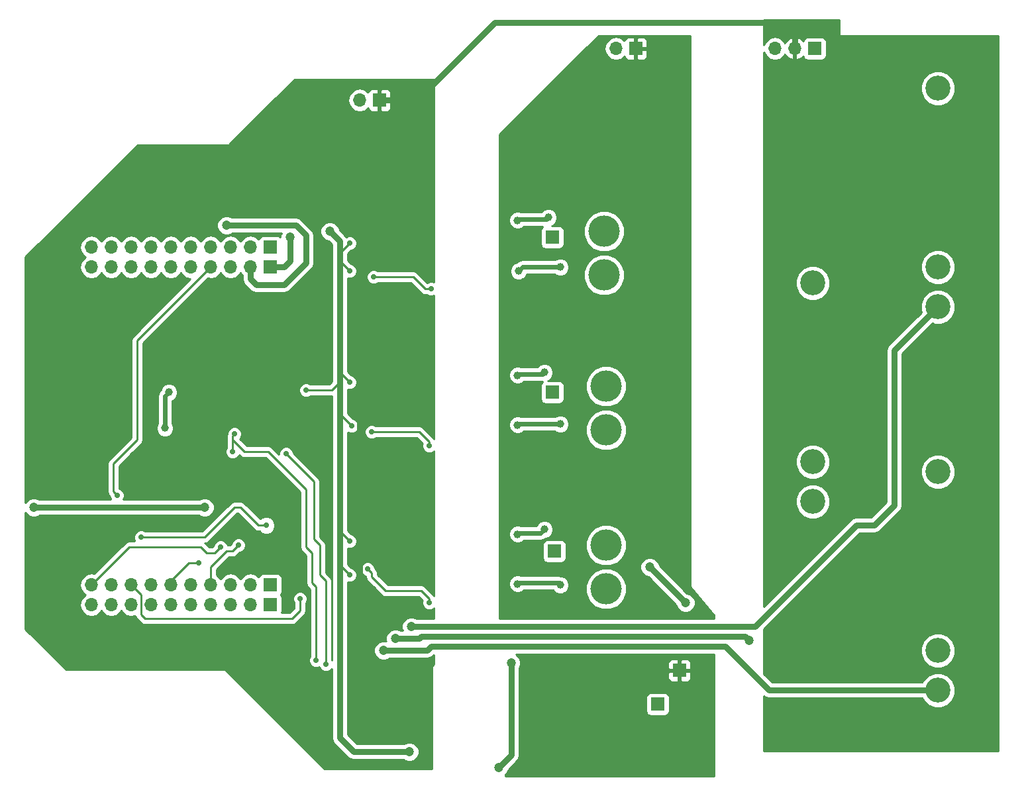
<source format=gbl>
G04 #@! TF.FileFunction,Copper,L2,Bot,Signal*
%FSLAX46Y46*%
G04 Gerber Fmt 4.6, Leading zero omitted, Abs format (unit mm)*
G04 Created by KiCad (PCBNEW 4.0.5) date 03/08/17 17:48:46*
%MOMM*%
%LPD*%
G01*
G04 APERTURE LIST*
%ADD10C,0.100000*%
%ADD11C,3.200400*%
%ADD12R,1.700000X1.700000*%
%ADD13O,1.700000X1.700000*%
%ADD14C,4.000500*%
%ADD15C,0.700000*%
%ADD16C,1.200000*%
%ADD17C,1.000000*%
%ADD18C,0.250000*%
%ADD19C,0.750000*%
%ADD20C,0.600000*%
%ADD21C,0.254000*%
G04 APERTURE END LIST*
D10*
D11*
X226822000Y-96266000D03*
X226822000Y-91186000D03*
X226822000Y-68326000D03*
X210820000Y-121158000D03*
X210820000Y-116078000D03*
X210820000Y-93218000D03*
X226822000Y-145288000D03*
X226822000Y-140208000D03*
X226822000Y-117348000D03*
D12*
X141478000Y-88646000D03*
D13*
X138938000Y-88646000D03*
X136398000Y-88646000D03*
X133858000Y-88646000D03*
X131318000Y-88646000D03*
X128778000Y-88646000D03*
X126238000Y-88646000D03*
X123698000Y-88646000D03*
X121158000Y-88646000D03*
X118618000Y-88646000D03*
D12*
X141478000Y-134366000D03*
D13*
X138938000Y-134366000D03*
X136398000Y-134366000D03*
X133858000Y-134366000D03*
X131318000Y-134366000D03*
X128778000Y-134366000D03*
X126238000Y-134366000D03*
X123698000Y-134366000D03*
X121158000Y-134366000D03*
X118618000Y-134366000D03*
D12*
X141478000Y-91186000D03*
D13*
X138938000Y-91186000D03*
X136398000Y-91186000D03*
X133858000Y-91186000D03*
X131318000Y-91186000D03*
X128778000Y-91186000D03*
X126238000Y-91186000D03*
X123698000Y-91186000D03*
X121158000Y-91186000D03*
X118618000Y-91186000D03*
D12*
X141478000Y-131826000D03*
D13*
X138938000Y-131826000D03*
X136398000Y-131826000D03*
X133858000Y-131826000D03*
X131318000Y-131826000D03*
X128778000Y-131826000D03*
X126238000Y-131826000D03*
X123698000Y-131826000D03*
X121158000Y-131826000D03*
X118618000Y-131826000D03*
D12*
X211074000Y-63246000D03*
D13*
X208534000Y-63246000D03*
X205994000Y-63246000D03*
D12*
X155448000Y-69850000D03*
D13*
X152908000Y-69850000D03*
D12*
X188214000Y-63246000D03*
D13*
X185674000Y-63246000D03*
D12*
X191008000Y-147066000D03*
X193802000Y-142748000D03*
X177546000Y-87376000D03*
X177546000Y-107188000D03*
D14*
X184150000Y-92202000D03*
X184150000Y-86614000D03*
X184404000Y-112014000D03*
X184404000Y-106426000D03*
X184404000Y-132334000D03*
X184404000Y-126746000D03*
D12*
X177800000Y-127508000D03*
D15*
X116078000Y-103378000D03*
X116078000Y-110490000D03*
D16*
X152908000Y-150876000D03*
D17*
X144780000Y-101854000D03*
X148844000Y-101346000D03*
D15*
X123698000Y-96012000D03*
X125730000Y-98044000D03*
X125476000Y-107188000D03*
D17*
X157988000Y-142748000D03*
D15*
X154686000Y-132334000D03*
X154178000Y-127508000D03*
X153924000Y-124714000D03*
X155448000Y-84582000D03*
X155194000Y-94742000D03*
X154178000Y-107950000D03*
X153924000Y-114808000D03*
X155194000Y-104394000D03*
D16*
X152908000Y-80010000D03*
X136906000Y-81788000D03*
D15*
X154178000Y-88646000D03*
D16*
X191008000Y-95250000D03*
X187706000Y-95250000D03*
X186944000Y-115062000D03*
X191516000Y-115062000D03*
X159258000Y-153162000D03*
D15*
X146050000Y-106934000D03*
X161798000Y-134112000D03*
X153924000Y-129794000D03*
X151638000Y-130556000D03*
X151638000Y-126238000D03*
X161798000Y-114046000D03*
X154432000Y-112268000D03*
X151892000Y-111506000D03*
X151638000Y-105918000D03*
X162052000Y-93980000D03*
X154686000Y-92456000D03*
X151638000Y-91694000D03*
X151638000Y-88138000D03*
D16*
X149098000Y-86614000D03*
X194564000Y-134112000D03*
X189992000Y-129540000D03*
X172278000Y-141798000D03*
X170688000Y-155194000D03*
D15*
X148590000Y-141986000D03*
X143510000Y-115062000D03*
X147320000Y-141478000D03*
X136652000Y-114808000D03*
X136906000Y-112522000D03*
X121920000Y-120396000D03*
D16*
X111252000Y-121920000D03*
X133096000Y-121920000D03*
D17*
X173101000Y-85217000D03*
X177038000Y-84836000D03*
X173101000Y-125349000D03*
X176530000Y-124714000D03*
D16*
X144018000Y-87376000D03*
X135890000Y-85852000D03*
D15*
X137414000Y-126746000D03*
X132334000Y-129032000D03*
X145288000Y-133604000D03*
X140970000Y-124206000D03*
X124968000Y-125730000D03*
X135128000Y-127000000D03*
D16*
X159512000Y-137160000D03*
X157480000Y-138684000D03*
X202692000Y-138938000D03*
X155956000Y-140208000D03*
D17*
X173228000Y-91694000D03*
X178562000Y-91186000D03*
X173101000Y-111379000D03*
X178562000Y-111252000D03*
X173101000Y-131699000D03*
X178562000Y-131826000D03*
X173101000Y-105029000D03*
X176530000Y-104648000D03*
X128016000Y-111760000D03*
X128524000Y-107188000D03*
D18*
X115824000Y-109220000D02*
X116078000Y-109474000D01*
X114808000Y-104648000D02*
X116078000Y-103378000D01*
X114808000Y-108204000D02*
X114808000Y-104648000D01*
X115824000Y-109220000D02*
X114808000Y-108204000D01*
X116078000Y-109474000D02*
X116078000Y-110490000D01*
D19*
X152908000Y-149098000D02*
X152908000Y-150876000D01*
X152908000Y-149098000D02*
X152908000Y-141732000D01*
X152908000Y-141224000D02*
X152908000Y-141732000D01*
X157734000Y-69850000D02*
X155448000Y-69850000D01*
X155448000Y-69850000D02*
X160274000Y-69850000D01*
X208534000Y-63246000D02*
X208534000Y-61214000D01*
X208534000Y-61214000D02*
X207264000Y-59944000D01*
X207264000Y-59944000D02*
X170180000Y-59944000D01*
X170180000Y-59944000D02*
X160274000Y-69850000D01*
D20*
X145288000Y-101346000D02*
X146558000Y-101346000D01*
X144780000Y-101854000D02*
X145288000Y-101346000D01*
X146558000Y-101346000D02*
X148844000Y-101346000D01*
D18*
X123698000Y-96012000D02*
X125730000Y-98044000D01*
X145034000Y-99822000D02*
X146558000Y-101346000D01*
X132842000Y-99822000D02*
X145034000Y-99822000D01*
X125476000Y-107188000D02*
X132842000Y-99822000D01*
D20*
X157988000Y-142748000D02*
X154432000Y-142748000D01*
X154432000Y-142748000D02*
X152908000Y-141224000D01*
D19*
X152908000Y-141224000D02*
X152908000Y-137922000D01*
D20*
X152908000Y-137668000D02*
X152908000Y-137922000D01*
D19*
X152908000Y-130556000D02*
X152908000Y-137922000D01*
D18*
X154686000Y-132334000D02*
X152908000Y-130556000D01*
D19*
X152908000Y-127000000D02*
X152908000Y-126238000D01*
X152908000Y-127000000D02*
X152908000Y-130556000D01*
D18*
X154178000Y-127508000D02*
X152908000Y-126238000D01*
X153924000Y-124714000D02*
X152908000Y-123698000D01*
X152908000Y-87122000D02*
X155448000Y-84582000D01*
X152908000Y-97028000D02*
X155194000Y-94742000D01*
X152908000Y-109220000D02*
X154178000Y-107950000D01*
X153924000Y-114808000D02*
X152908000Y-115824000D01*
X152908000Y-106680000D02*
X153162000Y-106680000D01*
X153162000Y-106680000D02*
X152908000Y-106680000D01*
X152908000Y-103378000D02*
X152908000Y-103632000D01*
X153924000Y-104394000D02*
X152908000Y-103378000D01*
X155194000Y-104394000D02*
X153924000Y-104394000D01*
D19*
X152908000Y-81788000D02*
X152908000Y-80010000D01*
X149098000Y-79502000D02*
X149352000Y-79502000D01*
X139192000Y-79502000D02*
X149098000Y-79502000D01*
X136906000Y-81788000D02*
X139192000Y-79502000D01*
X152146000Y-81026000D02*
X152908000Y-81788000D01*
X150876000Y-81026000D02*
X152146000Y-81026000D01*
X149352000Y-79502000D02*
X150876000Y-81026000D01*
D18*
X154178000Y-88646000D02*
X152908000Y-89916000D01*
D19*
X152908000Y-81788000D02*
X152908000Y-83820000D01*
X152908000Y-83820000D02*
X152908000Y-87122000D01*
X152908000Y-87122000D02*
X152908000Y-89916000D01*
X152908000Y-115062000D02*
X152908000Y-115824000D01*
X152908000Y-115824000D02*
X152908000Y-123698000D01*
X152908000Y-123698000D02*
X152908000Y-126238000D01*
X152908000Y-89916000D02*
X152908000Y-93726000D01*
X152908000Y-93726000D02*
X152908000Y-97028000D01*
X152908000Y-97028000D02*
X152908000Y-103632000D01*
X152908000Y-103632000D02*
X152908000Y-106680000D01*
X152908000Y-106680000D02*
X152908000Y-109220000D01*
X152908000Y-109220000D02*
X152908000Y-115062000D01*
X187706000Y-95250000D02*
X191008000Y-95250000D01*
X186944000Y-115062000D02*
X191516000Y-115062000D01*
X150368000Y-130810000D02*
X150368000Y-129286000D01*
X150368000Y-151130000D02*
X150368000Y-130810000D01*
X150368000Y-151130000D02*
X150368000Y-151384000D01*
X150368000Y-151384000D02*
X152146000Y-153162000D01*
X152146000Y-153162000D02*
X159258000Y-153162000D01*
D18*
X150368000Y-105918000D02*
X149352000Y-106934000D01*
X149352000Y-106934000D02*
X146050000Y-106934000D01*
X161798000Y-134112000D02*
X161798000Y-133604000D01*
X161798000Y-133604000D02*
X160782000Y-132588000D01*
X160782000Y-132588000D02*
X156210000Y-132588000D01*
X156210000Y-132588000D02*
X154432000Y-130810000D01*
X154432000Y-130810000D02*
X154432000Y-130302000D01*
X154432000Y-130302000D02*
X153924000Y-129794000D01*
X151638000Y-130556000D02*
X150368000Y-129286000D01*
X151638000Y-126238000D02*
X150368000Y-124968000D01*
X155448000Y-112268000D02*
X154432000Y-112268000D01*
X160528000Y-112268000D02*
X155448000Y-112268000D01*
X161798000Y-113538000D02*
X160528000Y-112268000D01*
X161798000Y-114046000D02*
X161798000Y-113538000D01*
X151892000Y-111506000D02*
X150368000Y-109982000D01*
X150368000Y-104648000D02*
X151638000Y-105918000D01*
X162052000Y-93980000D02*
X161290000Y-93980000D01*
X161290000Y-93980000D02*
X159766000Y-92456000D01*
X159766000Y-92456000D02*
X154686000Y-92456000D01*
X151638000Y-91694000D02*
X150368000Y-90424000D01*
X151638000Y-88138000D02*
X150368000Y-89408000D01*
D19*
X150368000Y-129286000D02*
X150368000Y-124968000D01*
X150368000Y-124968000D02*
X150368000Y-109982000D01*
X150368000Y-109982000D02*
X150368000Y-109220000D01*
X150368000Y-87884000D02*
X150368000Y-89408000D01*
X150368000Y-89408000D02*
X150368000Y-90424000D01*
X150368000Y-90424000D02*
X150368000Y-104648000D01*
X150368000Y-104648000D02*
X150368000Y-105156000D01*
X150368000Y-105156000D02*
X150368000Y-105918000D01*
X150368000Y-105918000D02*
X150368000Y-109220000D01*
X149098000Y-86614000D02*
X150368000Y-87884000D01*
X189992000Y-129540000D02*
X194564000Y-134112000D01*
X172278000Y-153604000D02*
X170688000Y-155194000D01*
X172278000Y-141798000D02*
X172278000Y-153604000D01*
D18*
X144018000Y-115570000D02*
X143510000Y-115062000D01*
X147066000Y-118618000D02*
X144018000Y-115570000D01*
X147828000Y-129032000D02*
X147828000Y-126746000D01*
X148590000Y-141986000D02*
X148590000Y-131318000D01*
X148590000Y-131318000D02*
X147828000Y-130556000D01*
X147828000Y-130556000D02*
X147828000Y-129032000D01*
X147828000Y-126746000D02*
X147066000Y-125984000D01*
X147066000Y-125984000D02*
X147066000Y-118618000D01*
X143002000Y-116586000D02*
X141224000Y-114808000D01*
X136652000Y-113284000D02*
X138176000Y-114808000D01*
X138176000Y-114808000D02*
X140208000Y-114808000D01*
X146050000Y-119634000D02*
X143002000Y-116586000D01*
X147320000Y-132334000D02*
X147320000Y-132080000D01*
X147320000Y-141478000D02*
X147320000Y-132334000D01*
X146812000Y-127762000D02*
X146050000Y-127000000D01*
X146812000Y-131572000D02*
X146812000Y-127762000D01*
X147320000Y-132080000D02*
X146812000Y-131572000D01*
X146050000Y-127000000D02*
X146050000Y-119634000D01*
X141224000Y-114808000D02*
X140208000Y-114808000D01*
X136652000Y-114808000D02*
X136652000Y-113284000D01*
X136652000Y-113284000D02*
X136652000Y-112776000D01*
X136652000Y-112776000D02*
X136668000Y-112760000D01*
X136668000Y-112760000D02*
X136906000Y-112522000D01*
X124460000Y-113284000D02*
X124460000Y-113030000D01*
X121412000Y-116332000D02*
X121412000Y-119380000D01*
X124460000Y-100584000D02*
X124460000Y-113030000D01*
X124206000Y-113538000D02*
X121412000Y-116332000D01*
X124460000Y-100584000D02*
X133858000Y-91186000D01*
X121412000Y-119888000D02*
X121920000Y-120396000D01*
X121412000Y-119380000D02*
X121412000Y-119888000D01*
X124206000Y-113538000D02*
X124460000Y-113284000D01*
D19*
X111252000Y-121920000D02*
X133096000Y-121920000D01*
D20*
X176276000Y-85090000D02*
X176784000Y-85090000D01*
X176022000Y-85090000D02*
X176276000Y-85090000D01*
X173101000Y-85217000D02*
X173228000Y-85090000D01*
X173228000Y-85090000D02*
X176022000Y-85090000D01*
X176784000Y-85090000D02*
X177038000Y-84836000D01*
X176022000Y-125222000D02*
X176530000Y-124714000D01*
X173228000Y-125222000D02*
X176022000Y-125222000D01*
X173101000Y-125349000D02*
X173228000Y-125222000D01*
D19*
X143256000Y-91186000D02*
X144018000Y-90424000D01*
X144018000Y-90424000D02*
X144018000Y-87376000D01*
X143256000Y-91186000D02*
X141478000Y-91186000D01*
X145796000Y-90932000D02*
X146050000Y-90678000D01*
X143256000Y-93472000D02*
X145796000Y-90932000D01*
X138938000Y-91186000D02*
X138938000Y-92710000D01*
X138938000Y-92710000D02*
X139700000Y-93472000D01*
X139700000Y-93472000D02*
X143256000Y-93472000D01*
X146050000Y-87122000D02*
X144780000Y-85852000D01*
X146050000Y-90678000D02*
X146050000Y-87122000D01*
X144780000Y-85852000D02*
X135890000Y-85852000D01*
D18*
X137414000Y-126746000D02*
X136652000Y-127508000D01*
X133858000Y-129540000D02*
X133858000Y-131826000D01*
X135890000Y-127508000D02*
X133858000Y-129540000D01*
X136652000Y-127508000D02*
X135890000Y-127508000D01*
X131064000Y-129032000D02*
X130556000Y-129540000D01*
X132334000Y-129032000D02*
X131064000Y-129032000D01*
X128778000Y-131318000D02*
X130556000Y-129540000D01*
X128778000Y-131318000D02*
X128778000Y-131826000D01*
X124968000Y-133096000D02*
X123698000Y-131826000D01*
X124968000Y-135636000D02*
X124968000Y-133096000D01*
X125476000Y-136144000D02*
X124968000Y-135636000D01*
X144272000Y-136144000D02*
X125476000Y-136144000D01*
X145288000Y-135128000D02*
X144272000Y-136144000D01*
X145288000Y-133604000D02*
X145288000Y-135128000D01*
X140208000Y-124206000D02*
X139954000Y-124206000D01*
X140970000Y-124206000D02*
X140208000Y-124206000D01*
X132842000Y-125730000D02*
X124968000Y-125730000D01*
X133096000Y-125730000D02*
X132842000Y-125730000D01*
X136906000Y-121920000D02*
X133096000Y-125730000D01*
X137668000Y-121920000D02*
X136906000Y-121920000D01*
X139954000Y-124206000D02*
X137668000Y-121920000D01*
X123444000Y-127000000D02*
X118618000Y-131826000D01*
X132588000Y-127000000D02*
X123444000Y-127000000D01*
X133350000Y-127762000D02*
X132588000Y-127000000D01*
X134366000Y-127762000D02*
X133350000Y-127762000D01*
X135128000Y-127000000D02*
X134366000Y-127762000D01*
D19*
X160782000Y-137160000D02*
X159512000Y-137160000D01*
X203454000Y-137160000D02*
X216408000Y-124206000D01*
X218694000Y-124206000D02*
X221234000Y-121666000D01*
X216408000Y-124206000D02*
X218694000Y-124206000D01*
X203454000Y-137160000D02*
X160782000Y-137160000D01*
X221234000Y-101854000D02*
X221234000Y-121666000D01*
X226822000Y-96266000D02*
X221234000Y-101854000D01*
X160782000Y-138430000D02*
X160528000Y-138684000D01*
X200660000Y-138430000D02*
X200914000Y-138430000D01*
X200660000Y-138430000D02*
X160782000Y-138430000D01*
X160528000Y-138684000D02*
X157480000Y-138684000D01*
X202184000Y-138430000D02*
X200914000Y-138430000D01*
X202692000Y-138938000D02*
X202184000Y-138430000D01*
X162052000Y-139700000D02*
X161544000Y-140208000D01*
X226822000Y-145288000D02*
X205232000Y-145288000D01*
X199644000Y-139700000D02*
X162052000Y-139700000D01*
X205232000Y-145288000D02*
X199644000Y-139700000D01*
X161544000Y-140208000D02*
X155956000Y-140208000D01*
D20*
X173736000Y-91186000D02*
X173228000Y-91694000D01*
X178562000Y-91186000D02*
X173736000Y-91186000D01*
X178054000Y-111252000D02*
X178562000Y-111252000D01*
X173101000Y-111379000D02*
X173228000Y-111252000D01*
X173228000Y-111252000D02*
X178054000Y-111252000D01*
X178054000Y-131572000D02*
X178308000Y-131572000D01*
X173101000Y-131699000D02*
X173228000Y-131572000D01*
X173228000Y-131572000D02*
X178054000Y-131572000D01*
X178308000Y-131572000D02*
X178562000Y-131826000D01*
X173101000Y-105029000D02*
X173228000Y-104902000D01*
X176276000Y-104902000D02*
X176530000Y-104648000D01*
X173228000Y-104902000D02*
X176276000Y-104902000D01*
X128016000Y-107696000D02*
X128016000Y-111760000D01*
X128524000Y-107188000D02*
X128016000Y-107696000D01*
D21*
G36*
X198247000Y-156262000D02*
X171577000Y-156262000D01*
X171577000Y-156051581D01*
X171734371Y-155894485D01*
X171922785Y-155440734D01*
X171922831Y-155387525D01*
X172992178Y-154318178D01*
X173211118Y-153990510D01*
X173288001Y-153604000D01*
X173288000Y-153603995D01*
X173288000Y-146216000D01*
X189510560Y-146216000D01*
X189510560Y-147916000D01*
X189554838Y-148151317D01*
X189693910Y-148367441D01*
X189906110Y-148512431D01*
X190158000Y-148563440D01*
X191858000Y-148563440D01*
X192093317Y-148519162D01*
X192309441Y-148380090D01*
X192454431Y-148167890D01*
X192505440Y-147916000D01*
X192505440Y-146216000D01*
X192461162Y-145980683D01*
X192322090Y-145764559D01*
X192109890Y-145619569D01*
X191858000Y-145568560D01*
X190158000Y-145568560D01*
X189922683Y-145612838D01*
X189706559Y-145751910D01*
X189561569Y-145964110D01*
X189510560Y-146216000D01*
X173288000Y-146216000D01*
X173288000Y-143033750D01*
X192317000Y-143033750D01*
X192317000Y-143724310D01*
X192413673Y-143957699D01*
X192592302Y-144136327D01*
X192825691Y-144233000D01*
X193516250Y-144233000D01*
X193675000Y-144074250D01*
X193675000Y-142875000D01*
X193929000Y-142875000D01*
X193929000Y-144074250D01*
X194087750Y-144233000D01*
X194778309Y-144233000D01*
X195011698Y-144136327D01*
X195190327Y-143957699D01*
X195287000Y-143724310D01*
X195287000Y-143033750D01*
X195128250Y-142875000D01*
X193929000Y-142875000D01*
X193675000Y-142875000D01*
X192475750Y-142875000D01*
X192317000Y-143033750D01*
X173288000Y-143033750D01*
X173288000Y-142534793D01*
X173324371Y-142498485D01*
X173512785Y-142044734D01*
X173513023Y-141771690D01*
X192317000Y-141771690D01*
X192317000Y-142462250D01*
X192475750Y-142621000D01*
X193675000Y-142621000D01*
X193675000Y-141421750D01*
X193929000Y-141421750D01*
X193929000Y-142621000D01*
X195128250Y-142621000D01*
X195287000Y-142462250D01*
X195287000Y-141771690D01*
X195190327Y-141538301D01*
X195011698Y-141359673D01*
X194778309Y-141263000D01*
X194087750Y-141263000D01*
X193929000Y-141421750D01*
X193675000Y-141421750D01*
X193516250Y-141263000D01*
X192825691Y-141263000D01*
X192592302Y-141359673D01*
X192413673Y-141538301D01*
X192317000Y-141771690D01*
X173513023Y-141771690D01*
X173513214Y-141553421D01*
X173325592Y-141099343D01*
X172978485Y-140751629D01*
X172878231Y-140710000D01*
X198247000Y-140710000D01*
X198247000Y-156262000D01*
X198247000Y-156262000D01*
G37*
X198247000Y-156262000D02*
X171577000Y-156262000D01*
X171577000Y-156051581D01*
X171734371Y-155894485D01*
X171922785Y-155440734D01*
X171922831Y-155387525D01*
X172992178Y-154318178D01*
X173211118Y-153990510D01*
X173288001Y-153604000D01*
X173288000Y-153603995D01*
X173288000Y-146216000D01*
X189510560Y-146216000D01*
X189510560Y-147916000D01*
X189554838Y-148151317D01*
X189693910Y-148367441D01*
X189906110Y-148512431D01*
X190158000Y-148563440D01*
X191858000Y-148563440D01*
X192093317Y-148519162D01*
X192309441Y-148380090D01*
X192454431Y-148167890D01*
X192505440Y-147916000D01*
X192505440Y-146216000D01*
X192461162Y-145980683D01*
X192322090Y-145764559D01*
X192109890Y-145619569D01*
X191858000Y-145568560D01*
X190158000Y-145568560D01*
X189922683Y-145612838D01*
X189706559Y-145751910D01*
X189561569Y-145964110D01*
X189510560Y-146216000D01*
X173288000Y-146216000D01*
X173288000Y-143033750D01*
X192317000Y-143033750D01*
X192317000Y-143724310D01*
X192413673Y-143957699D01*
X192592302Y-144136327D01*
X192825691Y-144233000D01*
X193516250Y-144233000D01*
X193675000Y-144074250D01*
X193675000Y-142875000D01*
X193929000Y-142875000D01*
X193929000Y-144074250D01*
X194087750Y-144233000D01*
X194778309Y-144233000D01*
X195011698Y-144136327D01*
X195190327Y-143957699D01*
X195287000Y-143724310D01*
X195287000Y-143033750D01*
X195128250Y-142875000D01*
X193929000Y-142875000D01*
X193675000Y-142875000D01*
X192475750Y-142875000D01*
X192317000Y-143033750D01*
X173288000Y-143033750D01*
X173288000Y-142534793D01*
X173324371Y-142498485D01*
X173512785Y-142044734D01*
X173513023Y-141771690D01*
X192317000Y-141771690D01*
X192317000Y-142462250D01*
X192475750Y-142621000D01*
X193675000Y-142621000D01*
X193675000Y-141421750D01*
X193929000Y-141421750D01*
X193929000Y-142621000D01*
X195128250Y-142621000D01*
X195287000Y-142462250D01*
X195287000Y-141771690D01*
X195190327Y-141538301D01*
X195011698Y-141359673D01*
X194778309Y-141263000D01*
X194087750Y-141263000D01*
X193929000Y-141421750D01*
X193675000Y-141421750D01*
X193516250Y-141263000D01*
X192825691Y-141263000D01*
X192592302Y-141359673D01*
X192413673Y-141538301D01*
X192317000Y-141771690D01*
X173513023Y-141771690D01*
X173513214Y-141553421D01*
X173325592Y-141099343D01*
X172978485Y-140751629D01*
X172878231Y-140710000D01*
X198247000Y-140710000D01*
X198247000Y-156262000D01*
G36*
X195199000Y-132080000D02*
X195209006Y-132129410D01*
X195229574Y-132162651D01*
X198247000Y-135682981D01*
X198247000Y-136150000D01*
X170815000Y-136150000D01*
X170815000Y-131923775D01*
X171965803Y-131923775D01*
X172138233Y-132341086D01*
X172457235Y-132660645D01*
X172874244Y-132833803D01*
X173325775Y-132834197D01*
X173743086Y-132661767D01*
X173898123Y-132507000D01*
X177638079Y-132507000D01*
X177918235Y-132787645D01*
X178335244Y-132960803D01*
X178786775Y-132961197D01*
X179041651Y-132855884D01*
X181768293Y-132855884D01*
X182168641Y-133824799D01*
X182909302Y-134566754D01*
X183877517Y-134968792D01*
X184925884Y-134969707D01*
X185894799Y-134569359D01*
X186636754Y-133828698D01*
X187038792Y-132860483D01*
X187039707Y-131812116D01*
X186639359Y-130843201D01*
X185898698Y-130101246D01*
X185136080Y-129784579D01*
X188756786Y-129784579D01*
X188944408Y-130238657D01*
X189291515Y-130586371D01*
X189745266Y-130774785D01*
X189798475Y-130774831D01*
X193328831Y-134305187D01*
X193328786Y-134356579D01*
X193516408Y-134810657D01*
X193863515Y-135158371D01*
X194317266Y-135346785D01*
X194808579Y-135347214D01*
X195262657Y-135159592D01*
X195610371Y-134812485D01*
X195798785Y-134358734D01*
X195799214Y-133867421D01*
X195611592Y-133413343D01*
X195264485Y-133065629D01*
X194810734Y-132877215D01*
X194757525Y-132877169D01*
X191227169Y-129346813D01*
X191227214Y-129295421D01*
X191039592Y-128841343D01*
X190692485Y-128493629D01*
X190238734Y-128305215D01*
X189747421Y-128304786D01*
X189293343Y-128492408D01*
X188945629Y-128839515D01*
X188757215Y-129293266D01*
X188756786Y-129784579D01*
X185136080Y-129784579D01*
X184930483Y-129699208D01*
X183882116Y-129698293D01*
X182913201Y-130098641D01*
X182171246Y-130839302D01*
X181769208Y-131807517D01*
X181768293Y-132855884D01*
X179041651Y-132855884D01*
X179204086Y-132788767D01*
X179523645Y-132469765D01*
X179696803Y-132052756D01*
X179697197Y-131601225D01*
X179524767Y-131183914D01*
X179205765Y-130864355D01*
X178788756Y-130691197D01*
X178579548Y-130691014D01*
X178308000Y-130637000D01*
X173503084Y-130637000D01*
X173327756Y-130564197D01*
X172876225Y-130563803D01*
X172458914Y-130736233D01*
X172139355Y-131055235D01*
X171966197Y-131472244D01*
X171965803Y-131923775D01*
X170815000Y-131923775D01*
X170815000Y-126658000D01*
X176302560Y-126658000D01*
X176302560Y-128358000D01*
X176346838Y-128593317D01*
X176485910Y-128809441D01*
X176698110Y-128954431D01*
X176950000Y-129005440D01*
X178650000Y-129005440D01*
X178885317Y-128961162D01*
X179101441Y-128822090D01*
X179246431Y-128609890D01*
X179297440Y-128358000D01*
X179297440Y-127267884D01*
X181768293Y-127267884D01*
X182168641Y-128236799D01*
X182909302Y-128978754D01*
X183877517Y-129380792D01*
X184925884Y-129381707D01*
X185894799Y-128981359D01*
X186636754Y-128240698D01*
X187038792Y-127272483D01*
X187039707Y-126224116D01*
X186639359Y-125255201D01*
X185898698Y-124513246D01*
X184930483Y-124111208D01*
X183882116Y-124110293D01*
X182913201Y-124510641D01*
X182171246Y-125251302D01*
X181769208Y-126219517D01*
X181768293Y-127267884D01*
X179297440Y-127267884D01*
X179297440Y-126658000D01*
X179253162Y-126422683D01*
X179114090Y-126206559D01*
X178901890Y-126061569D01*
X178650000Y-126010560D01*
X176950000Y-126010560D01*
X176714683Y-126054838D01*
X176498559Y-126193910D01*
X176353569Y-126406110D01*
X176302560Y-126658000D01*
X170815000Y-126658000D01*
X170815000Y-125573775D01*
X171965803Y-125573775D01*
X172138233Y-125991086D01*
X172457235Y-126310645D01*
X172874244Y-126483803D01*
X173325775Y-126484197D01*
X173743086Y-126311767D01*
X173898123Y-126157000D01*
X176022000Y-126157000D01*
X176379809Y-126085827D01*
X176683145Y-125883145D01*
X176717126Y-125849164D01*
X176754775Y-125849197D01*
X177172086Y-125676767D01*
X177491645Y-125357765D01*
X177664803Y-124940756D01*
X177665197Y-124489225D01*
X177492767Y-124071914D01*
X177173765Y-123752355D01*
X176756756Y-123579197D01*
X176305225Y-123578803D01*
X175887914Y-123751233D01*
X175568355Y-124070235D01*
X175478346Y-124287000D01*
X173503084Y-124287000D01*
X173327756Y-124214197D01*
X172876225Y-124213803D01*
X172458914Y-124386233D01*
X172139355Y-124705235D01*
X171966197Y-125122244D01*
X171965803Y-125573775D01*
X170815000Y-125573775D01*
X170815000Y-112535884D01*
X181768293Y-112535884D01*
X182168641Y-113504799D01*
X182909302Y-114246754D01*
X183877517Y-114648792D01*
X184925884Y-114649707D01*
X185894799Y-114249359D01*
X186636754Y-113508698D01*
X187038792Y-112540483D01*
X187039707Y-111492116D01*
X186639359Y-110523201D01*
X185898698Y-109781246D01*
X184930483Y-109379208D01*
X183882116Y-109378293D01*
X182913201Y-109778641D01*
X182171246Y-110519302D01*
X181769208Y-111487517D01*
X181768293Y-112535884D01*
X170815000Y-112535884D01*
X170815000Y-111603775D01*
X171965803Y-111603775D01*
X172138233Y-112021086D01*
X172457235Y-112340645D01*
X172874244Y-112513803D01*
X173325775Y-112514197D01*
X173743086Y-112341767D01*
X173898123Y-112187000D01*
X177891636Y-112187000D01*
X177918235Y-112213645D01*
X178335244Y-112386803D01*
X178786775Y-112387197D01*
X179204086Y-112214767D01*
X179523645Y-111895765D01*
X179696803Y-111478756D01*
X179697197Y-111027225D01*
X179524767Y-110609914D01*
X179205765Y-110290355D01*
X178788756Y-110117197D01*
X178337225Y-110116803D01*
X177919914Y-110289233D01*
X177892099Y-110317000D01*
X173503084Y-110317000D01*
X173327756Y-110244197D01*
X172876225Y-110243803D01*
X172458914Y-110416233D01*
X172139355Y-110735235D01*
X171966197Y-111152244D01*
X171965803Y-111603775D01*
X170815000Y-111603775D01*
X170815000Y-105253775D01*
X171965803Y-105253775D01*
X172138233Y-105671086D01*
X172457235Y-105990645D01*
X172874244Y-106163803D01*
X173325775Y-106164197D01*
X173743086Y-105991767D01*
X173898123Y-105837000D01*
X176276000Y-105837000D01*
X176313516Y-105829538D01*
X176244559Y-105873910D01*
X176099569Y-106086110D01*
X176048560Y-106338000D01*
X176048560Y-108038000D01*
X176092838Y-108273317D01*
X176231910Y-108489441D01*
X176444110Y-108634431D01*
X176696000Y-108685440D01*
X178396000Y-108685440D01*
X178631317Y-108641162D01*
X178847441Y-108502090D01*
X178992431Y-108289890D01*
X179043440Y-108038000D01*
X179043440Y-106947884D01*
X181768293Y-106947884D01*
X182168641Y-107916799D01*
X182909302Y-108658754D01*
X183877517Y-109060792D01*
X184925884Y-109061707D01*
X185894799Y-108661359D01*
X186636754Y-107920698D01*
X187038792Y-106952483D01*
X187039707Y-105904116D01*
X186639359Y-104935201D01*
X185898698Y-104193246D01*
X184930483Y-103791208D01*
X183882116Y-103790293D01*
X182913201Y-104190641D01*
X182171246Y-104931302D01*
X181769208Y-105899517D01*
X181768293Y-106947884D01*
X179043440Y-106947884D01*
X179043440Y-106338000D01*
X178999162Y-106102683D01*
X178860090Y-105886559D01*
X178647890Y-105741569D01*
X178396000Y-105690560D01*
X176978973Y-105690560D01*
X177172086Y-105610767D01*
X177491645Y-105291765D01*
X177664803Y-104874756D01*
X177665197Y-104423225D01*
X177492767Y-104005914D01*
X177173765Y-103686355D01*
X176756756Y-103513197D01*
X176305225Y-103512803D01*
X175887914Y-103685233D01*
X175605655Y-103967000D01*
X173503084Y-103967000D01*
X173327756Y-103894197D01*
X172876225Y-103893803D01*
X172458914Y-104066233D01*
X172139355Y-104385235D01*
X171966197Y-104802244D01*
X171965803Y-105253775D01*
X170815000Y-105253775D01*
X170815000Y-91918775D01*
X172092803Y-91918775D01*
X172265233Y-92336086D01*
X172584235Y-92655645D01*
X173001244Y-92828803D01*
X173452775Y-92829197D01*
X173707651Y-92723884D01*
X181514293Y-92723884D01*
X181914641Y-93692799D01*
X182655302Y-94434754D01*
X183623517Y-94836792D01*
X184671884Y-94837707D01*
X185640799Y-94437359D01*
X186382754Y-93696698D01*
X186784792Y-92728483D01*
X186785707Y-91680116D01*
X186385359Y-90711201D01*
X185644698Y-89969246D01*
X184676483Y-89567208D01*
X183628116Y-89566293D01*
X182659201Y-89966641D01*
X181917246Y-90707302D01*
X181515208Y-91675517D01*
X181514293Y-92723884D01*
X173707651Y-92723884D01*
X173870086Y-92656767D01*
X174189645Y-92337765D01*
X174279654Y-92121000D01*
X177891636Y-92121000D01*
X177918235Y-92147645D01*
X178335244Y-92320803D01*
X178786775Y-92321197D01*
X179204086Y-92148767D01*
X179523645Y-91829765D01*
X179696803Y-91412756D01*
X179697197Y-90961225D01*
X179524767Y-90543914D01*
X179205765Y-90224355D01*
X178788756Y-90051197D01*
X178337225Y-90050803D01*
X177919914Y-90223233D01*
X177892099Y-90251000D01*
X173736000Y-90251000D01*
X173378191Y-90322173D01*
X173074855Y-90524855D01*
X173074853Y-90524858D01*
X173040875Y-90558836D01*
X173003225Y-90558803D01*
X172585914Y-90731233D01*
X172266355Y-91050235D01*
X172093197Y-91467244D01*
X172092803Y-91918775D01*
X170815000Y-91918775D01*
X170815000Y-85441775D01*
X171965803Y-85441775D01*
X172138233Y-85859086D01*
X172457235Y-86178645D01*
X172874244Y-86351803D01*
X173325775Y-86352197D01*
X173743086Y-86179767D01*
X173898123Y-86025000D01*
X176301919Y-86025000D01*
X176244559Y-86061910D01*
X176099569Y-86274110D01*
X176048560Y-86526000D01*
X176048560Y-88226000D01*
X176092838Y-88461317D01*
X176231910Y-88677441D01*
X176444110Y-88822431D01*
X176696000Y-88873440D01*
X178396000Y-88873440D01*
X178631317Y-88829162D01*
X178847441Y-88690090D01*
X178992431Y-88477890D01*
X179043440Y-88226000D01*
X179043440Y-87135884D01*
X181514293Y-87135884D01*
X181914641Y-88104799D01*
X182655302Y-88846754D01*
X183623517Y-89248792D01*
X184671884Y-89249707D01*
X185640799Y-88849359D01*
X186382754Y-88108698D01*
X186784792Y-87140483D01*
X186785707Y-86092116D01*
X186385359Y-85123201D01*
X185644698Y-84381246D01*
X184676483Y-83979208D01*
X183628116Y-83978293D01*
X182659201Y-84378641D01*
X181917246Y-85119302D01*
X181515208Y-86087517D01*
X181514293Y-87135884D01*
X179043440Y-87135884D01*
X179043440Y-86526000D01*
X178999162Y-86290683D01*
X178860090Y-86074559D01*
X178647890Y-85929569D01*
X178396000Y-85878560D01*
X177486973Y-85878560D01*
X177680086Y-85798767D01*
X177999645Y-85479765D01*
X178172803Y-85062756D01*
X178173197Y-84611225D01*
X178000767Y-84193914D01*
X177681765Y-83874355D01*
X177264756Y-83701197D01*
X176813225Y-83700803D01*
X176395914Y-83873233D01*
X176113655Y-84155000D01*
X173503084Y-84155000D01*
X173327756Y-84082197D01*
X172876225Y-84081803D01*
X172458914Y-84254233D01*
X172139355Y-84573235D01*
X171966197Y-84990244D01*
X171965803Y-85441775D01*
X170815000Y-85441775D01*
X170815000Y-74220606D01*
X181818699Y-63216907D01*
X184189000Y-63216907D01*
X184189000Y-63275093D01*
X184302039Y-63843378D01*
X184623946Y-64325147D01*
X185105715Y-64647054D01*
X185674000Y-64760093D01*
X186242285Y-64647054D01*
X186724054Y-64325147D01*
X186753403Y-64281223D01*
X186825673Y-64455698D01*
X187004301Y-64634327D01*
X187237690Y-64731000D01*
X187928250Y-64731000D01*
X188087000Y-64572250D01*
X188087000Y-63373000D01*
X188341000Y-63373000D01*
X188341000Y-64572250D01*
X188499750Y-64731000D01*
X189190310Y-64731000D01*
X189423699Y-64634327D01*
X189602327Y-64455698D01*
X189699000Y-64222309D01*
X189699000Y-63531750D01*
X189540250Y-63373000D01*
X188341000Y-63373000D01*
X188087000Y-63373000D01*
X188067000Y-63373000D01*
X188067000Y-63119000D01*
X188087000Y-63119000D01*
X188087000Y-61919750D01*
X188341000Y-61919750D01*
X188341000Y-63119000D01*
X189540250Y-63119000D01*
X189699000Y-62960250D01*
X189699000Y-62269691D01*
X189602327Y-62036302D01*
X189423699Y-61857673D01*
X189190310Y-61761000D01*
X188499750Y-61761000D01*
X188341000Y-61919750D01*
X188087000Y-61919750D01*
X187928250Y-61761000D01*
X187237690Y-61761000D01*
X187004301Y-61857673D01*
X186825673Y-62036302D01*
X186753403Y-62210777D01*
X186724054Y-62166853D01*
X186242285Y-61844946D01*
X185674000Y-61731907D01*
X185105715Y-61844946D01*
X184623946Y-62166853D01*
X184302039Y-62648622D01*
X184189000Y-63216907D01*
X181818699Y-63216907D01*
X183440606Y-61595000D01*
X195199000Y-61595000D01*
X195199000Y-132080000D01*
X195199000Y-132080000D01*
G37*
X195199000Y-132080000D02*
X195209006Y-132129410D01*
X195229574Y-132162651D01*
X198247000Y-135682981D01*
X198247000Y-136150000D01*
X170815000Y-136150000D01*
X170815000Y-131923775D01*
X171965803Y-131923775D01*
X172138233Y-132341086D01*
X172457235Y-132660645D01*
X172874244Y-132833803D01*
X173325775Y-132834197D01*
X173743086Y-132661767D01*
X173898123Y-132507000D01*
X177638079Y-132507000D01*
X177918235Y-132787645D01*
X178335244Y-132960803D01*
X178786775Y-132961197D01*
X179041651Y-132855884D01*
X181768293Y-132855884D01*
X182168641Y-133824799D01*
X182909302Y-134566754D01*
X183877517Y-134968792D01*
X184925884Y-134969707D01*
X185894799Y-134569359D01*
X186636754Y-133828698D01*
X187038792Y-132860483D01*
X187039707Y-131812116D01*
X186639359Y-130843201D01*
X185898698Y-130101246D01*
X185136080Y-129784579D01*
X188756786Y-129784579D01*
X188944408Y-130238657D01*
X189291515Y-130586371D01*
X189745266Y-130774785D01*
X189798475Y-130774831D01*
X193328831Y-134305187D01*
X193328786Y-134356579D01*
X193516408Y-134810657D01*
X193863515Y-135158371D01*
X194317266Y-135346785D01*
X194808579Y-135347214D01*
X195262657Y-135159592D01*
X195610371Y-134812485D01*
X195798785Y-134358734D01*
X195799214Y-133867421D01*
X195611592Y-133413343D01*
X195264485Y-133065629D01*
X194810734Y-132877215D01*
X194757525Y-132877169D01*
X191227169Y-129346813D01*
X191227214Y-129295421D01*
X191039592Y-128841343D01*
X190692485Y-128493629D01*
X190238734Y-128305215D01*
X189747421Y-128304786D01*
X189293343Y-128492408D01*
X188945629Y-128839515D01*
X188757215Y-129293266D01*
X188756786Y-129784579D01*
X185136080Y-129784579D01*
X184930483Y-129699208D01*
X183882116Y-129698293D01*
X182913201Y-130098641D01*
X182171246Y-130839302D01*
X181769208Y-131807517D01*
X181768293Y-132855884D01*
X179041651Y-132855884D01*
X179204086Y-132788767D01*
X179523645Y-132469765D01*
X179696803Y-132052756D01*
X179697197Y-131601225D01*
X179524767Y-131183914D01*
X179205765Y-130864355D01*
X178788756Y-130691197D01*
X178579548Y-130691014D01*
X178308000Y-130637000D01*
X173503084Y-130637000D01*
X173327756Y-130564197D01*
X172876225Y-130563803D01*
X172458914Y-130736233D01*
X172139355Y-131055235D01*
X171966197Y-131472244D01*
X171965803Y-131923775D01*
X170815000Y-131923775D01*
X170815000Y-126658000D01*
X176302560Y-126658000D01*
X176302560Y-128358000D01*
X176346838Y-128593317D01*
X176485910Y-128809441D01*
X176698110Y-128954431D01*
X176950000Y-129005440D01*
X178650000Y-129005440D01*
X178885317Y-128961162D01*
X179101441Y-128822090D01*
X179246431Y-128609890D01*
X179297440Y-128358000D01*
X179297440Y-127267884D01*
X181768293Y-127267884D01*
X182168641Y-128236799D01*
X182909302Y-128978754D01*
X183877517Y-129380792D01*
X184925884Y-129381707D01*
X185894799Y-128981359D01*
X186636754Y-128240698D01*
X187038792Y-127272483D01*
X187039707Y-126224116D01*
X186639359Y-125255201D01*
X185898698Y-124513246D01*
X184930483Y-124111208D01*
X183882116Y-124110293D01*
X182913201Y-124510641D01*
X182171246Y-125251302D01*
X181769208Y-126219517D01*
X181768293Y-127267884D01*
X179297440Y-127267884D01*
X179297440Y-126658000D01*
X179253162Y-126422683D01*
X179114090Y-126206559D01*
X178901890Y-126061569D01*
X178650000Y-126010560D01*
X176950000Y-126010560D01*
X176714683Y-126054838D01*
X176498559Y-126193910D01*
X176353569Y-126406110D01*
X176302560Y-126658000D01*
X170815000Y-126658000D01*
X170815000Y-125573775D01*
X171965803Y-125573775D01*
X172138233Y-125991086D01*
X172457235Y-126310645D01*
X172874244Y-126483803D01*
X173325775Y-126484197D01*
X173743086Y-126311767D01*
X173898123Y-126157000D01*
X176022000Y-126157000D01*
X176379809Y-126085827D01*
X176683145Y-125883145D01*
X176717126Y-125849164D01*
X176754775Y-125849197D01*
X177172086Y-125676767D01*
X177491645Y-125357765D01*
X177664803Y-124940756D01*
X177665197Y-124489225D01*
X177492767Y-124071914D01*
X177173765Y-123752355D01*
X176756756Y-123579197D01*
X176305225Y-123578803D01*
X175887914Y-123751233D01*
X175568355Y-124070235D01*
X175478346Y-124287000D01*
X173503084Y-124287000D01*
X173327756Y-124214197D01*
X172876225Y-124213803D01*
X172458914Y-124386233D01*
X172139355Y-124705235D01*
X171966197Y-125122244D01*
X171965803Y-125573775D01*
X170815000Y-125573775D01*
X170815000Y-112535884D01*
X181768293Y-112535884D01*
X182168641Y-113504799D01*
X182909302Y-114246754D01*
X183877517Y-114648792D01*
X184925884Y-114649707D01*
X185894799Y-114249359D01*
X186636754Y-113508698D01*
X187038792Y-112540483D01*
X187039707Y-111492116D01*
X186639359Y-110523201D01*
X185898698Y-109781246D01*
X184930483Y-109379208D01*
X183882116Y-109378293D01*
X182913201Y-109778641D01*
X182171246Y-110519302D01*
X181769208Y-111487517D01*
X181768293Y-112535884D01*
X170815000Y-112535884D01*
X170815000Y-111603775D01*
X171965803Y-111603775D01*
X172138233Y-112021086D01*
X172457235Y-112340645D01*
X172874244Y-112513803D01*
X173325775Y-112514197D01*
X173743086Y-112341767D01*
X173898123Y-112187000D01*
X177891636Y-112187000D01*
X177918235Y-112213645D01*
X178335244Y-112386803D01*
X178786775Y-112387197D01*
X179204086Y-112214767D01*
X179523645Y-111895765D01*
X179696803Y-111478756D01*
X179697197Y-111027225D01*
X179524767Y-110609914D01*
X179205765Y-110290355D01*
X178788756Y-110117197D01*
X178337225Y-110116803D01*
X177919914Y-110289233D01*
X177892099Y-110317000D01*
X173503084Y-110317000D01*
X173327756Y-110244197D01*
X172876225Y-110243803D01*
X172458914Y-110416233D01*
X172139355Y-110735235D01*
X171966197Y-111152244D01*
X171965803Y-111603775D01*
X170815000Y-111603775D01*
X170815000Y-105253775D01*
X171965803Y-105253775D01*
X172138233Y-105671086D01*
X172457235Y-105990645D01*
X172874244Y-106163803D01*
X173325775Y-106164197D01*
X173743086Y-105991767D01*
X173898123Y-105837000D01*
X176276000Y-105837000D01*
X176313516Y-105829538D01*
X176244559Y-105873910D01*
X176099569Y-106086110D01*
X176048560Y-106338000D01*
X176048560Y-108038000D01*
X176092838Y-108273317D01*
X176231910Y-108489441D01*
X176444110Y-108634431D01*
X176696000Y-108685440D01*
X178396000Y-108685440D01*
X178631317Y-108641162D01*
X178847441Y-108502090D01*
X178992431Y-108289890D01*
X179043440Y-108038000D01*
X179043440Y-106947884D01*
X181768293Y-106947884D01*
X182168641Y-107916799D01*
X182909302Y-108658754D01*
X183877517Y-109060792D01*
X184925884Y-109061707D01*
X185894799Y-108661359D01*
X186636754Y-107920698D01*
X187038792Y-106952483D01*
X187039707Y-105904116D01*
X186639359Y-104935201D01*
X185898698Y-104193246D01*
X184930483Y-103791208D01*
X183882116Y-103790293D01*
X182913201Y-104190641D01*
X182171246Y-104931302D01*
X181769208Y-105899517D01*
X181768293Y-106947884D01*
X179043440Y-106947884D01*
X179043440Y-106338000D01*
X178999162Y-106102683D01*
X178860090Y-105886559D01*
X178647890Y-105741569D01*
X178396000Y-105690560D01*
X176978973Y-105690560D01*
X177172086Y-105610767D01*
X177491645Y-105291765D01*
X177664803Y-104874756D01*
X177665197Y-104423225D01*
X177492767Y-104005914D01*
X177173765Y-103686355D01*
X176756756Y-103513197D01*
X176305225Y-103512803D01*
X175887914Y-103685233D01*
X175605655Y-103967000D01*
X173503084Y-103967000D01*
X173327756Y-103894197D01*
X172876225Y-103893803D01*
X172458914Y-104066233D01*
X172139355Y-104385235D01*
X171966197Y-104802244D01*
X171965803Y-105253775D01*
X170815000Y-105253775D01*
X170815000Y-91918775D01*
X172092803Y-91918775D01*
X172265233Y-92336086D01*
X172584235Y-92655645D01*
X173001244Y-92828803D01*
X173452775Y-92829197D01*
X173707651Y-92723884D01*
X181514293Y-92723884D01*
X181914641Y-93692799D01*
X182655302Y-94434754D01*
X183623517Y-94836792D01*
X184671884Y-94837707D01*
X185640799Y-94437359D01*
X186382754Y-93696698D01*
X186784792Y-92728483D01*
X186785707Y-91680116D01*
X186385359Y-90711201D01*
X185644698Y-89969246D01*
X184676483Y-89567208D01*
X183628116Y-89566293D01*
X182659201Y-89966641D01*
X181917246Y-90707302D01*
X181515208Y-91675517D01*
X181514293Y-92723884D01*
X173707651Y-92723884D01*
X173870086Y-92656767D01*
X174189645Y-92337765D01*
X174279654Y-92121000D01*
X177891636Y-92121000D01*
X177918235Y-92147645D01*
X178335244Y-92320803D01*
X178786775Y-92321197D01*
X179204086Y-92148767D01*
X179523645Y-91829765D01*
X179696803Y-91412756D01*
X179697197Y-90961225D01*
X179524767Y-90543914D01*
X179205765Y-90224355D01*
X178788756Y-90051197D01*
X178337225Y-90050803D01*
X177919914Y-90223233D01*
X177892099Y-90251000D01*
X173736000Y-90251000D01*
X173378191Y-90322173D01*
X173074855Y-90524855D01*
X173074853Y-90524858D01*
X173040875Y-90558836D01*
X173003225Y-90558803D01*
X172585914Y-90731233D01*
X172266355Y-91050235D01*
X172093197Y-91467244D01*
X172092803Y-91918775D01*
X170815000Y-91918775D01*
X170815000Y-85441775D01*
X171965803Y-85441775D01*
X172138233Y-85859086D01*
X172457235Y-86178645D01*
X172874244Y-86351803D01*
X173325775Y-86352197D01*
X173743086Y-86179767D01*
X173898123Y-86025000D01*
X176301919Y-86025000D01*
X176244559Y-86061910D01*
X176099569Y-86274110D01*
X176048560Y-86526000D01*
X176048560Y-88226000D01*
X176092838Y-88461317D01*
X176231910Y-88677441D01*
X176444110Y-88822431D01*
X176696000Y-88873440D01*
X178396000Y-88873440D01*
X178631317Y-88829162D01*
X178847441Y-88690090D01*
X178992431Y-88477890D01*
X179043440Y-88226000D01*
X179043440Y-87135884D01*
X181514293Y-87135884D01*
X181914641Y-88104799D01*
X182655302Y-88846754D01*
X183623517Y-89248792D01*
X184671884Y-89249707D01*
X185640799Y-88849359D01*
X186382754Y-88108698D01*
X186784792Y-87140483D01*
X186785707Y-86092116D01*
X186385359Y-85123201D01*
X185644698Y-84381246D01*
X184676483Y-83979208D01*
X183628116Y-83978293D01*
X182659201Y-84378641D01*
X181917246Y-85119302D01*
X181515208Y-86087517D01*
X181514293Y-87135884D01*
X179043440Y-87135884D01*
X179043440Y-86526000D01*
X178999162Y-86290683D01*
X178860090Y-86074559D01*
X178647890Y-85929569D01*
X178396000Y-85878560D01*
X177486973Y-85878560D01*
X177680086Y-85798767D01*
X177999645Y-85479765D01*
X178172803Y-85062756D01*
X178173197Y-84611225D01*
X178000767Y-84193914D01*
X177681765Y-83874355D01*
X177264756Y-83701197D01*
X176813225Y-83700803D01*
X176395914Y-83873233D01*
X176113655Y-84155000D01*
X173503084Y-84155000D01*
X173327756Y-84082197D01*
X172876225Y-84081803D01*
X172458914Y-84254233D01*
X172139355Y-84573235D01*
X171966197Y-84990244D01*
X171965803Y-85441775D01*
X170815000Y-85441775D01*
X170815000Y-74220606D01*
X181818699Y-63216907D01*
X184189000Y-63216907D01*
X184189000Y-63275093D01*
X184302039Y-63843378D01*
X184623946Y-64325147D01*
X185105715Y-64647054D01*
X185674000Y-64760093D01*
X186242285Y-64647054D01*
X186724054Y-64325147D01*
X186753403Y-64281223D01*
X186825673Y-64455698D01*
X187004301Y-64634327D01*
X187237690Y-64731000D01*
X187928250Y-64731000D01*
X188087000Y-64572250D01*
X188087000Y-63373000D01*
X188341000Y-63373000D01*
X188341000Y-64572250D01*
X188499750Y-64731000D01*
X189190310Y-64731000D01*
X189423699Y-64634327D01*
X189602327Y-64455698D01*
X189699000Y-64222309D01*
X189699000Y-63531750D01*
X189540250Y-63373000D01*
X188341000Y-63373000D01*
X188087000Y-63373000D01*
X188067000Y-63373000D01*
X188067000Y-63119000D01*
X188087000Y-63119000D01*
X188087000Y-61919750D01*
X188341000Y-61919750D01*
X188341000Y-63119000D01*
X189540250Y-63119000D01*
X189699000Y-62960250D01*
X189699000Y-62269691D01*
X189602327Y-62036302D01*
X189423699Y-61857673D01*
X189190310Y-61761000D01*
X188499750Y-61761000D01*
X188341000Y-61919750D01*
X188087000Y-61919750D01*
X187928250Y-61761000D01*
X187237690Y-61761000D01*
X187004301Y-61857673D01*
X186825673Y-62036302D01*
X186753403Y-62210777D01*
X186724054Y-62166853D01*
X186242285Y-61844946D01*
X185674000Y-61731907D01*
X185105715Y-61844946D01*
X184623946Y-62166853D01*
X184302039Y-62648622D01*
X184189000Y-63216907D01*
X181818699Y-63216907D01*
X183440606Y-61595000D01*
X195199000Y-61595000D01*
X195199000Y-132080000D01*
G36*
X214249000Y-61468000D02*
X214259006Y-61517410D01*
X214287447Y-61559035D01*
X214329841Y-61586315D01*
X214376000Y-61595000D01*
X234569000Y-61595000D01*
X234569000Y-153035000D01*
X204597000Y-153035000D01*
X204597000Y-146055083D01*
X204845490Y-146221118D01*
X205232000Y-146298000D01*
X224820834Y-146298000D01*
X224925985Y-146552485D01*
X225554208Y-147181805D01*
X226375441Y-147522811D01*
X227264658Y-147523587D01*
X228086485Y-147184015D01*
X228715805Y-146555792D01*
X229056811Y-145734559D01*
X229057587Y-144845342D01*
X228718015Y-144023515D01*
X228089792Y-143394195D01*
X227268559Y-143053189D01*
X226379342Y-143052413D01*
X225557515Y-143391985D01*
X224928195Y-144020208D01*
X224821150Y-144278000D01*
X205650356Y-144278000D01*
X204597000Y-143224644D01*
X204597000Y-140650658D01*
X224586413Y-140650658D01*
X224925985Y-141472485D01*
X225554208Y-142101805D01*
X226375441Y-142442811D01*
X227264658Y-142443587D01*
X228086485Y-142104015D01*
X228715805Y-141475792D01*
X229056811Y-140654559D01*
X229057587Y-139765342D01*
X228718015Y-138943515D01*
X228089792Y-138314195D01*
X227268559Y-137973189D01*
X226379342Y-137972413D01*
X225557515Y-138311985D01*
X224928195Y-138940208D01*
X224587189Y-139761441D01*
X224586413Y-140650658D01*
X204597000Y-140650658D01*
X204597000Y-137445356D01*
X216826356Y-125216000D01*
X218694000Y-125216000D01*
X219080510Y-125139118D01*
X219408178Y-124920178D01*
X221948178Y-122380178D01*
X222167118Y-122052511D01*
X222244000Y-121666000D01*
X222244000Y-117790658D01*
X224586413Y-117790658D01*
X224925985Y-118612485D01*
X225554208Y-119241805D01*
X226375441Y-119582811D01*
X227264658Y-119583587D01*
X228086485Y-119244015D01*
X228715805Y-118615792D01*
X229056811Y-117794559D01*
X229057587Y-116905342D01*
X228718015Y-116083515D01*
X228089792Y-115454195D01*
X227268559Y-115113189D01*
X226379342Y-115112413D01*
X225557515Y-115451985D01*
X224928195Y-116080208D01*
X224587189Y-116901441D01*
X224586413Y-117790658D01*
X222244000Y-117790658D01*
X222244000Y-102272356D01*
X226121140Y-98395216D01*
X226375441Y-98500811D01*
X227264658Y-98501587D01*
X228086485Y-98162015D01*
X228715805Y-97533792D01*
X229056811Y-96712559D01*
X229057587Y-95823342D01*
X228718015Y-95001515D01*
X228089792Y-94372195D01*
X227268559Y-94031189D01*
X226379342Y-94030413D01*
X225557515Y-94369985D01*
X224928195Y-94998208D01*
X224587189Y-95819441D01*
X224586413Y-96708658D01*
X224693008Y-96966636D01*
X220519822Y-101139822D01*
X220300882Y-101467490D01*
X220224000Y-101854000D01*
X220224000Y-121247644D01*
X218275644Y-123196000D01*
X216408000Y-123196000D01*
X216021489Y-123272882D01*
X215693822Y-123491822D01*
X204597000Y-134588644D01*
X204597000Y-121600658D01*
X208584413Y-121600658D01*
X208923985Y-122422485D01*
X209552208Y-123051805D01*
X210373441Y-123392811D01*
X211262658Y-123393587D01*
X212084485Y-123054015D01*
X212713805Y-122425792D01*
X213054811Y-121604559D01*
X213055587Y-120715342D01*
X212716015Y-119893515D01*
X212087792Y-119264195D01*
X211266559Y-118923189D01*
X210377342Y-118922413D01*
X209555515Y-119261985D01*
X208926195Y-119890208D01*
X208585189Y-120711441D01*
X208584413Y-121600658D01*
X204597000Y-121600658D01*
X204597000Y-116520658D01*
X208584413Y-116520658D01*
X208923985Y-117342485D01*
X209552208Y-117971805D01*
X210373441Y-118312811D01*
X211262658Y-118313587D01*
X212084485Y-117974015D01*
X212713805Y-117345792D01*
X213054811Y-116524559D01*
X213055587Y-115635342D01*
X212716015Y-114813515D01*
X212087792Y-114184195D01*
X211266559Y-113843189D01*
X210377342Y-113842413D01*
X209555515Y-114181985D01*
X208926195Y-114810208D01*
X208585189Y-115631441D01*
X208584413Y-116520658D01*
X204597000Y-116520658D01*
X204597000Y-93660658D01*
X208584413Y-93660658D01*
X208923985Y-94482485D01*
X209552208Y-95111805D01*
X210373441Y-95452811D01*
X211262658Y-95453587D01*
X212084485Y-95114015D01*
X212713805Y-94485792D01*
X213054811Y-93664559D01*
X213055587Y-92775342D01*
X212716015Y-91953515D01*
X212391725Y-91628658D01*
X224586413Y-91628658D01*
X224925985Y-92450485D01*
X225554208Y-93079805D01*
X226375441Y-93420811D01*
X227264658Y-93421587D01*
X228086485Y-93082015D01*
X228715805Y-92453792D01*
X229056811Y-91632559D01*
X229057587Y-90743342D01*
X228718015Y-89921515D01*
X228089792Y-89292195D01*
X227268559Y-88951189D01*
X226379342Y-88950413D01*
X225557515Y-89289985D01*
X224928195Y-89918208D01*
X224587189Y-90739441D01*
X224586413Y-91628658D01*
X212391725Y-91628658D01*
X212087792Y-91324195D01*
X211266559Y-90983189D01*
X210377342Y-90982413D01*
X209555515Y-91321985D01*
X208926195Y-91950208D01*
X208585189Y-92771441D01*
X208584413Y-93660658D01*
X204597000Y-93660658D01*
X204597000Y-68768658D01*
X224586413Y-68768658D01*
X224925985Y-69590485D01*
X225554208Y-70219805D01*
X226375441Y-70560811D01*
X227264658Y-70561587D01*
X228086485Y-70222015D01*
X228715805Y-69593792D01*
X229056811Y-68772559D01*
X229057587Y-67883342D01*
X228718015Y-67061515D01*
X228089792Y-66432195D01*
X227268559Y-66091189D01*
X226379342Y-66090413D01*
X225557515Y-66429985D01*
X224928195Y-67058208D01*
X224587189Y-67879441D01*
X224586413Y-68768658D01*
X204597000Y-68768658D01*
X204597000Y-63717499D01*
X204622039Y-63843378D01*
X204943946Y-64325147D01*
X205425715Y-64647054D01*
X205994000Y-64760093D01*
X206562285Y-64647054D01*
X207044054Y-64325147D01*
X207271702Y-63984447D01*
X207338817Y-64127358D01*
X207767076Y-64517645D01*
X208177110Y-64687476D01*
X208407000Y-64566155D01*
X208407000Y-63373000D01*
X208387000Y-63373000D01*
X208387000Y-63119000D01*
X208407000Y-63119000D01*
X208407000Y-61925845D01*
X208661000Y-61925845D01*
X208661000Y-63119000D01*
X208681000Y-63119000D01*
X208681000Y-63373000D01*
X208661000Y-63373000D01*
X208661000Y-64566155D01*
X208890890Y-64687476D01*
X209300924Y-64517645D01*
X209603937Y-64241499D01*
X209620838Y-64331317D01*
X209759910Y-64547441D01*
X209972110Y-64692431D01*
X210224000Y-64743440D01*
X211924000Y-64743440D01*
X212159317Y-64699162D01*
X212375441Y-64560090D01*
X212520431Y-64347890D01*
X212571440Y-64096000D01*
X212571440Y-62396000D01*
X212527162Y-62160683D01*
X212388090Y-61944559D01*
X212175890Y-61799569D01*
X211924000Y-61748560D01*
X210224000Y-61748560D01*
X209988683Y-61792838D01*
X209772559Y-61931910D01*
X209627569Y-62144110D01*
X209605699Y-62252107D01*
X209300924Y-61974355D01*
X208890890Y-61804524D01*
X208661000Y-61925845D01*
X208407000Y-61925845D01*
X208177110Y-61804524D01*
X207767076Y-61974355D01*
X207338817Y-62364642D01*
X207271702Y-62507553D01*
X207044054Y-62166853D01*
X206562285Y-61844946D01*
X205994000Y-61731907D01*
X205425715Y-61844946D01*
X204943946Y-62166853D01*
X204622039Y-62648622D01*
X204597000Y-62774501D01*
X204597000Y-59563000D01*
X214249000Y-59563000D01*
X214249000Y-61468000D01*
X214249000Y-61468000D01*
G37*
X214249000Y-61468000D02*
X214259006Y-61517410D01*
X214287447Y-61559035D01*
X214329841Y-61586315D01*
X214376000Y-61595000D01*
X234569000Y-61595000D01*
X234569000Y-153035000D01*
X204597000Y-153035000D01*
X204597000Y-146055083D01*
X204845490Y-146221118D01*
X205232000Y-146298000D01*
X224820834Y-146298000D01*
X224925985Y-146552485D01*
X225554208Y-147181805D01*
X226375441Y-147522811D01*
X227264658Y-147523587D01*
X228086485Y-147184015D01*
X228715805Y-146555792D01*
X229056811Y-145734559D01*
X229057587Y-144845342D01*
X228718015Y-144023515D01*
X228089792Y-143394195D01*
X227268559Y-143053189D01*
X226379342Y-143052413D01*
X225557515Y-143391985D01*
X224928195Y-144020208D01*
X224821150Y-144278000D01*
X205650356Y-144278000D01*
X204597000Y-143224644D01*
X204597000Y-140650658D01*
X224586413Y-140650658D01*
X224925985Y-141472485D01*
X225554208Y-142101805D01*
X226375441Y-142442811D01*
X227264658Y-142443587D01*
X228086485Y-142104015D01*
X228715805Y-141475792D01*
X229056811Y-140654559D01*
X229057587Y-139765342D01*
X228718015Y-138943515D01*
X228089792Y-138314195D01*
X227268559Y-137973189D01*
X226379342Y-137972413D01*
X225557515Y-138311985D01*
X224928195Y-138940208D01*
X224587189Y-139761441D01*
X224586413Y-140650658D01*
X204597000Y-140650658D01*
X204597000Y-137445356D01*
X216826356Y-125216000D01*
X218694000Y-125216000D01*
X219080510Y-125139118D01*
X219408178Y-124920178D01*
X221948178Y-122380178D01*
X222167118Y-122052511D01*
X222244000Y-121666000D01*
X222244000Y-117790658D01*
X224586413Y-117790658D01*
X224925985Y-118612485D01*
X225554208Y-119241805D01*
X226375441Y-119582811D01*
X227264658Y-119583587D01*
X228086485Y-119244015D01*
X228715805Y-118615792D01*
X229056811Y-117794559D01*
X229057587Y-116905342D01*
X228718015Y-116083515D01*
X228089792Y-115454195D01*
X227268559Y-115113189D01*
X226379342Y-115112413D01*
X225557515Y-115451985D01*
X224928195Y-116080208D01*
X224587189Y-116901441D01*
X224586413Y-117790658D01*
X222244000Y-117790658D01*
X222244000Y-102272356D01*
X226121140Y-98395216D01*
X226375441Y-98500811D01*
X227264658Y-98501587D01*
X228086485Y-98162015D01*
X228715805Y-97533792D01*
X229056811Y-96712559D01*
X229057587Y-95823342D01*
X228718015Y-95001515D01*
X228089792Y-94372195D01*
X227268559Y-94031189D01*
X226379342Y-94030413D01*
X225557515Y-94369985D01*
X224928195Y-94998208D01*
X224587189Y-95819441D01*
X224586413Y-96708658D01*
X224693008Y-96966636D01*
X220519822Y-101139822D01*
X220300882Y-101467490D01*
X220224000Y-101854000D01*
X220224000Y-121247644D01*
X218275644Y-123196000D01*
X216408000Y-123196000D01*
X216021489Y-123272882D01*
X215693822Y-123491822D01*
X204597000Y-134588644D01*
X204597000Y-121600658D01*
X208584413Y-121600658D01*
X208923985Y-122422485D01*
X209552208Y-123051805D01*
X210373441Y-123392811D01*
X211262658Y-123393587D01*
X212084485Y-123054015D01*
X212713805Y-122425792D01*
X213054811Y-121604559D01*
X213055587Y-120715342D01*
X212716015Y-119893515D01*
X212087792Y-119264195D01*
X211266559Y-118923189D01*
X210377342Y-118922413D01*
X209555515Y-119261985D01*
X208926195Y-119890208D01*
X208585189Y-120711441D01*
X208584413Y-121600658D01*
X204597000Y-121600658D01*
X204597000Y-116520658D01*
X208584413Y-116520658D01*
X208923985Y-117342485D01*
X209552208Y-117971805D01*
X210373441Y-118312811D01*
X211262658Y-118313587D01*
X212084485Y-117974015D01*
X212713805Y-117345792D01*
X213054811Y-116524559D01*
X213055587Y-115635342D01*
X212716015Y-114813515D01*
X212087792Y-114184195D01*
X211266559Y-113843189D01*
X210377342Y-113842413D01*
X209555515Y-114181985D01*
X208926195Y-114810208D01*
X208585189Y-115631441D01*
X208584413Y-116520658D01*
X204597000Y-116520658D01*
X204597000Y-93660658D01*
X208584413Y-93660658D01*
X208923985Y-94482485D01*
X209552208Y-95111805D01*
X210373441Y-95452811D01*
X211262658Y-95453587D01*
X212084485Y-95114015D01*
X212713805Y-94485792D01*
X213054811Y-93664559D01*
X213055587Y-92775342D01*
X212716015Y-91953515D01*
X212391725Y-91628658D01*
X224586413Y-91628658D01*
X224925985Y-92450485D01*
X225554208Y-93079805D01*
X226375441Y-93420811D01*
X227264658Y-93421587D01*
X228086485Y-93082015D01*
X228715805Y-92453792D01*
X229056811Y-91632559D01*
X229057587Y-90743342D01*
X228718015Y-89921515D01*
X228089792Y-89292195D01*
X227268559Y-88951189D01*
X226379342Y-88950413D01*
X225557515Y-89289985D01*
X224928195Y-89918208D01*
X224587189Y-90739441D01*
X224586413Y-91628658D01*
X212391725Y-91628658D01*
X212087792Y-91324195D01*
X211266559Y-90983189D01*
X210377342Y-90982413D01*
X209555515Y-91321985D01*
X208926195Y-91950208D01*
X208585189Y-92771441D01*
X208584413Y-93660658D01*
X204597000Y-93660658D01*
X204597000Y-68768658D01*
X224586413Y-68768658D01*
X224925985Y-69590485D01*
X225554208Y-70219805D01*
X226375441Y-70560811D01*
X227264658Y-70561587D01*
X228086485Y-70222015D01*
X228715805Y-69593792D01*
X229056811Y-68772559D01*
X229057587Y-67883342D01*
X228718015Y-67061515D01*
X228089792Y-66432195D01*
X227268559Y-66091189D01*
X226379342Y-66090413D01*
X225557515Y-66429985D01*
X224928195Y-67058208D01*
X224587189Y-67879441D01*
X224586413Y-68768658D01*
X204597000Y-68768658D01*
X204597000Y-63717499D01*
X204622039Y-63843378D01*
X204943946Y-64325147D01*
X205425715Y-64647054D01*
X205994000Y-64760093D01*
X206562285Y-64647054D01*
X207044054Y-64325147D01*
X207271702Y-63984447D01*
X207338817Y-64127358D01*
X207767076Y-64517645D01*
X208177110Y-64687476D01*
X208407000Y-64566155D01*
X208407000Y-63373000D01*
X208387000Y-63373000D01*
X208387000Y-63119000D01*
X208407000Y-63119000D01*
X208407000Y-61925845D01*
X208661000Y-61925845D01*
X208661000Y-63119000D01*
X208681000Y-63119000D01*
X208681000Y-63373000D01*
X208661000Y-63373000D01*
X208661000Y-64566155D01*
X208890890Y-64687476D01*
X209300924Y-64517645D01*
X209603937Y-64241499D01*
X209620838Y-64331317D01*
X209759910Y-64547441D01*
X209972110Y-64692431D01*
X210224000Y-64743440D01*
X211924000Y-64743440D01*
X212159317Y-64699162D01*
X212375441Y-64560090D01*
X212520431Y-64347890D01*
X212571440Y-64096000D01*
X212571440Y-62396000D01*
X212527162Y-62160683D01*
X212388090Y-61944559D01*
X212175890Y-61799569D01*
X211924000Y-61748560D01*
X210224000Y-61748560D01*
X209988683Y-61792838D01*
X209772559Y-61931910D01*
X209627569Y-62144110D01*
X209605699Y-62252107D01*
X209300924Y-61974355D01*
X208890890Y-61804524D01*
X208661000Y-61925845D01*
X208407000Y-61925845D01*
X208177110Y-61804524D01*
X207767076Y-61974355D01*
X207338817Y-62364642D01*
X207271702Y-62507553D01*
X207044054Y-62166853D01*
X206562285Y-61844946D01*
X205994000Y-61731907D01*
X205425715Y-61844946D01*
X204943946Y-62166853D01*
X204622039Y-62648622D01*
X204597000Y-62774501D01*
X204597000Y-59563000D01*
X214249000Y-59563000D01*
X214249000Y-61468000D01*
G36*
X162433000Y-93125802D02*
X162238799Y-93045162D01*
X161866833Y-93044838D01*
X161557467Y-93172665D01*
X160303401Y-91918599D01*
X160056839Y-91753852D01*
X159766000Y-91696000D01*
X155248463Y-91696000D01*
X155216327Y-91663808D01*
X154872799Y-91521162D01*
X154500833Y-91520838D01*
X154157057Y-91662883D01*
X153893808Y-91925673D01*
X153751162Y-92269201D01*
X153750838Y-92641167D01*
X153892883Y-92984943D01*
X154155673Y-93248192D01*
X154499201Y-93390838D01*
X154871167Y-93391162D01*
X155214943Y-93249117D01*
X155248118Y-93216000D01*
X159451198Y-93216000D01*
X160752599Y-94517401D01*
X160999160Y-94682148D01*
X161047414Y-94691746D01*
X161290000Y-94740000D01*
X161489537Y-94740000D01*
X161521673Y-94772192D01*
X161865201Y-94914838D01*
X162237167Y-94915162D01*
X162433000Y-94834246D01*
X162433000Y-113146666D01*
X162335401Y-113000599D01*
X161065401Y-111730599D01*
X160818839Y-111565852D01*
X160528000Y-111508000D01*
X154994463Y-111508000D01*
X154962327Y-111475808D01*
X154618799Y-111333162D01*
X154246833Y-111332838D01*
X153903057Y-111474883D01*
X153639808Y-111737673D01*
X153497162Y-112081201D01*
X153496838Y-112453167D01*
X153638883Y-112796943D01*
X153901673Y-113060192D01*
X154245201Y-113202838D01*
X154617167Y-113203162D01*
X154960943Y-113061117D01*
X154994118Y-113028000D01*
X160213198Y-113028000D01*
X160916338Y-113731140D01*
X160863162Y-113859201D01*
X160862838Y-114231167D01*
X161004883Y-114574943D01*
X161267673Y-114838192D01*
X161611201Y-114980838D01*
X161983167Y-114981162D01*
X162326943Y-114839117D01*
X162433000Y-114733245D01*
X162433000Y-133212667D01*
X162335401Y-133066599D01*
X161319401Y-132050599D01*
X161072839Y-131885852D01*
X160782000Y-131828000D01*
X156524802Y-131828000D01*
X155192000Y-130495198D01*
X155192000Y-130302000D01*
X155134148Y-130011161D01*
X154969401Y-129764599D01*
X154859122Y-129654320D01*
X154859162Y-129608833D01*
X154717117Y-129265057D01*
X154454327Y-129001808D01*
X154110799Y-128859162D01*
X153738833Y-128858838D01*
X153395057Y-129000883D01*
X153131808Y-129263673D01*
X152989162Y-129607201D01*
X152988838Y-129979167D01*
X153130883Y-130322943D01*
X153393673Y-130586192D01*
X153672000Y-130701764D01*
X153672000Y-130810000D01*
X153729852Y-131100839D01*
X153894599Y-131347401D01*
X155672599Y-133125401D01*
X155919161Y-133290148D01*
X156210000Y-133348000D01*
X160467198Y-133348000D01*
X160916338Y-133797140D01*
X160863162Y-133925201D01*
X160862838Y-134297167D01*
X161004883Y-134640943D01*
X161267673Y-134904192D01*
X161611201Y-135046838D01*
X161983167Y-135047162D01*
X162326943Y-134905117D01*
X162433000Y-134799245D01*
X162433000Y-136150000D01*
X160248793Y-136150000D01*
X160212485Y-136113629D01*
X159758734Y-135925215D01*
X159267421Y-135924786D01*
X158813343Y-136112408D01*
X158465629Y-136459515D01*
X158277215Y-136913266D01*
X158276786Y-137404579D01*
X158388109Y-137674000D01*
X158216793Y-137674000D01*
X158180485Y-137637629D01*
X157726734Y-137449215D01*
X157235421Y-137448786D01*
X156781343Y-137636408D01*
X156433629Y-137983515D01*
X156245215Y-138437266D01*
X156244786Y-138928579D01*
X156275758Y-139003537D01*
X156202734Y-138973215D01*
X155711421Y-138972786D01*
X155257343Y-139160408D01*
X154909629Y-139507515D01*
X154721215Y-139961266D01*
X154720786Y-140452579D01*
X154908408Y-140906657D01*
X155255515Y-141254371D01*
X155709266Y-141442785D01*
X156200579Y-141443214D01*
X156654657Y-141255592D01*
X156692315Y-141218000D01*
X161544000Y-141218000D01*
X161930510Y-141141118D01*
X162258178Y-140922178D01*
X162433000Y-140747356D01*
X162433000Y-141933394D01*
X162216197Y-142150197D01*
X162188334Y-142192211D01*
X162179000Y-142240000D01*
X162179000Y-155321000D01*
X148388606Y-155321000D01*
X135725803Y-142658197D01*
X135683789Y-142630334D01*
X135636000Y-142621000D01*
X115368606Y-142621000D01*
X110184000Y-137436394D01*
X110184000Y-131796907D01*
X117133000Y-131796907D01*
X117133000Y-131855093D01*
X117246039Y-132423378D01*
X117567946Y-132905147D01*
X117853578Y-133096000D01*
X117567946Y-133286853D01*
X117246039Y-133768622D01*
X117133000Y-134336907D01*
X117133000Y-134395093D01*
X117246039Y-134963378D01*
X117567946Y-135445147D01*
X118049715Y-135767054D01*
X118618000Y-135880093D01*
X119186285Y-135767054D01*
X119668054Y-135445147D01*
X119888000Y-135115974D01*
X120107946Y-135445147D01*
X120589715Y-135767054D01*
X121158000Y-135880093D01*
X121726285Y-135767054D01*
X122208054Y-135445147D01*
X122428000Y-135115974D01*
X122647946Y-135445147D01*
X123129715Y-135767054D01*
X123698000Y-135880093D01*
X124235295Y-135773218D01*
X124265852Y-135926839D01*
X124430599Y-136173401D01*
X124938599Y-136681401D01*
X125185161Y-136846148D01*
X125476000Y-136904000D01*
X144272000Y-136904000D01*
X144562839Y-136846148D01*
X144809401Y-136681401D01*
X145825401Y-135665401D01*
X145990148Y-135418839D01*
X146048000Y-135128000D01*
X146048000Y-134166463D01*
X146080192Y-134134327D01*
X146222838Y-133790799D01*
X146223162Y-133418833D01*
X146081117Y-133075057D01*
X145818327Y-132811808D01*
X145474799Y-132669162D01*
X145102833Y-132668838D01*
X144759057Y-132810883D01*
X144495808Y-133073673D01*
X144353162Y-133417201D01*
X144352838Y-133789167D01*
X144494883Y-134132943D01*
X144528000Y-134166118D01*
X144528000Y-134813198D01*
X143957198Y-135384000D01*
X142941419Y-135384000D01*
X142975440Y-135216000D01*
X142975440Y-133516000D01*
X142931162Y-133280683D01*
X142810985Y-133093923D01*
X142924431Y-132927890D01*
X142975440Y-132676000D01*
X142975440Y-130976000D01*
X142931162Y-130740683D01*
X142792090Y-130524559D01*
X142579890Y-130379569D01*
X142328000Y-130328560D01*
X140628000Y-130328560D01*
X140392683Y-130372838D01*
X140176559Y-130511910D01*
X140031569Y-130724110D01*
X140017914Y-130791541D01*
X139988054Y-130746853D01*
X139506285Y-130424946D01*
X138938000Y-130311907D01*
X138369715Y-130424946D01*
X137887946Y-130746853D01*
X137668000Y-131076026D01*
X137448054Y-130746853D01*
X136966285Y-130424946D01*
X136398000Y-130311907D01*
X135829715Y-130424946D01*
X135347946Y-130746853D01*
X135128000Y-131076026D01*
X134908054Y-130746853D01*
X134618000Y-130553046D01*
X134618000Y-129854802D01*
X136204802Y-128268000D01*
X136652000Y-128268000D01*
X136942839Y-128210148D01*
X137189401Y-128045401D01*
X137553680Y-127681122D01*
X137599167Y-127681162D01*
X137942943Y-127539117D01*
X138206192Y-127276327D01*
X138348838Y-126932799D01*
X138349162Y-126560833D01*
X138207117Y-126217057D01*
X137944327Y-125953808D01*
X137600799Y-125811162D01*
X137228833Y-125810838D01*
X136885057Y-125952883D01*
X136621808Y-126215673D01*
X136479162Y-126559201D01*
X136479121Y-126606077D01*
X136337198Y-126748000D01*
X136035547Y-126748000D01*
X135921117Y-126471057D01*
X135658327Y-126207808D01*
X135314799Y-126065162D01*
X134942833Y-126064838D01*
X134599057Y-126206883D01*
X134335808Y-126469673D01*
X134193162Y-126813201D01*
X134193121Y-126860077D01*
X134051198Y-127002000D01*
X133664802Y-127002000D01*
X133143378Y-126480576D01*
X133386839Y-126432148D01*
X133633401Y-126267401D01*
X137220802Y-122680000D01*
X137353198Y-122680000D01*
X139416599Y-124743401D01*
X139663160Y-124908148D01*
X139954000Y-124966000D01*
X140124941Y-124966000D01*
X140326235Y-125167645D01*
X140743244Y-125340803D01*
X141194775Y-125341197D01*
X141612086Y-125168767D01*
X141931645Y-124849765D01*
X142104803Y-124432756D01*
X142105197Y-123981225D01*
X141932767Y-123563914D01*
X141613765Y-123244355D01*
X141196756Y-123071197D01*
X140745225Y-123070803D01*
X140327914Y-123243233D01*
X140196860Y-123374058D01*
X138205401Y-121382599D01*
X137958839Y-121217852D01*
X137668000Y-121160000D01*
X136906000Y-121160000D01*
X136615161Y-121217852D01*
X136368599Y-121382599D01*
X132781198Y-124970000D01*
X125530463Y-124970000D01*
X125498327Y-124937808D01*
X125154799Y-124795162D01*
X124782833Y-124794838D01*
X124439057Y-124936883D01*
X124175808Y-125199673D01*
X124033162Y-125543201D01*
X124032838Y-125915167D01*
X124167056Y-126240000D01*
X123444000Y-126240000D01*
X123153161Y-126297852D01*
X122906599Y-126462599D01*
X118984408Y-130384790D01*
X118618000Y-130311907D01*
X118049715Y-130424946D01*
X117567946Y-130746853D01*
X117246039Y-131228622D01*
X117133000Y-131796907D01*
X110184000Y-131796907D01*
X110184000Y-122569266D01*
X110204408Y-122618657D01*
X110551515Y-122966371D01*
X111005266Y-123154785D01*
X111496579Y-123155214D01*
X111950657Y-122967592D01*
X111988315Y-122930000D01*
X132359207Y-122930000D01*
X132395515Y-122966371D01*
X132849266Y-123154785D01*
X133340579Y-123155214D01*
X133794657Y-122967592D01*
X134142371Y-122620485D01*
X134330785Y-122166734D01*
X134331214Y-121675421D01*
X134143592Y-121221343D01*
X133796485Y-120873629D01*
X133342734Y-120685215D01*
X132851421Y-120684786D01*
X132397343Y-120872408D01*
X132359685Y-120910000D01*
X122718972Y-120910000D01*
X122854838Y-120582799D01*
X122855162Y-120210833D01*
X122713117Y-119867057D01*
X122450327Y-119603808D01*
X122172000Y-119488236D01*
X122172000Y-116646802D01*
X123825635Y-114993167D01*
X135716838Y-114993167D01*
X135858883Y-115336943D01*
X136121673Y-115600192D01*
X136465201Y-115742838D01*
X136837167Y-115743162D01*
X137180943Y-115601117D01*
X137444192Y-115338327D01*
X137499156Y-115205958D01*
X137638599Y-115345401D01*
X137885160Y-115510148D01*
X137933414Y-115519746D01*
X138176000Y-115568000D01*
X140909198Y-115568000D01*
X145290000Y-119948802D01*
X145290000Y-127000000D01*
X145347852Y-127290839D01*
X145512599Y-127537401D01*
X146052000Y-128076802D01*
X146052000Y-131572000D01*
X146109852Y-131862839D01*
X146274599Y-132109401D01*
X146560000Y-132394802D01*
X146560000Y-140915537D01*
X146527808Y-140947673D01*
X146385162Y-141291201D01*
X146384838Y-141663167D01*
X146526883Y-142006943D01*
X146789673Y-142270192D01*
X147133201Y-142412838D01*
X147505167Y-142413162D01*
X147718420Y-142325048D01*
X147796883Y-142514943D01*
X148059673Y-142778192D01*
X148403201Y-142920838D01*
X148775167Y-142921162D01*
X149118943Y-142779117D01*
X149358000Y-142540477D01*
X149358000Y-151384000D01*
X149434882Y-151770510D01*
X149653822Y-152098178D01*
X151431822Y-153876178D01*
X151759490Y-154095118D01*
X152146000Y-154172000D01*
X158521207Y-154172000D01*
X158557515Y-154208371D01*
X159011266Y-154396785D01*
X159502579Y-154397214D01*
X159956657Y-154209592D01*
X160304371Y-153862485D01*
X160492785Y-153408734D01*
X160493214Y-152917421D01*
X160305592Y-152463343D01*
X159958485Y-152115629D01*
X159504734Y-151927215D01*
X159013421Y-151926786D01*
X158559343Y-152114408D01*
X158521685Y-152152000D01*
X152564356Y-152152000D01*
X151378000Y-150965644D01*
X151378000Y-131460442D01*
X151451201Y-131490838D01*
X151823167Y-131491162D01*
X152166943Y-131349117D01*
X152430192Y-131086327D01*
X152572838Y-130742799D01*
X152573162Y-130370833D01*
X152431117Y-130027057D01*
X152168327Y-129763808D01*
X151824799Y-129621162D01*
X151777923Y-129621121D01*
X151378000Y-129221198D01*
X151378000Y-127142442D01*
X151451201Y-127172838D01*
X151823167Y-127173162D01*
X152166943Y-127031117D01*
X152430192Y-126768327D01*
X152572838Y-126424799D01*
X152573162Y-126052833D01*
X152431117Y-125709057D01*
X152168327Y-125445808D01*
X151824799Y-125303162D01*
X151777923Y-125303121D01*
X151378000Y-124903198D01*
X151378000Y-112304972D01*
X151705201Y-112440838D01*
X152077167Y-112441162D01*
X152420943Y-112299117D01*
X152684192Y-112036327D01*
X152826838Y-111692799D01*
X152827162Y-111320833D01*
X152685117Y-110977057D01*
X152422327Y-110713808D01*
X152078799Y-110571162D01*
X152031923Y-110571121D01*
X151378000Y-109917198D01*
X151378000Y-106822442D01*
X151451201Y-106852838D01*
X151823167Y-106853162D01*
X152166943Y-106711117D01*
X152430192Y-106448327D01*
X152572838Y-106104799D01*
X152573162Y-105732833D01*
X152431117Y-105389057D01*
X152168327Y-105125808D01*
X151824799Y-104983162D01*
X151777923Y-104983121D01*
X151378000Y-104583198D01*
X151378000Y-92598442D01*
X151451201Y-92628838D01*
X151823167Y-92629162D01*
X152166943Y-92487117D01*
X152430192Y-92224327D01*
X152572838Y-91880799D01*
X152573162Y-91508833D01*
X152431117Y-91165057D01*
X152168327Y-90901808D01*
X151824799Y-90759162D01*
X151777923Y-90759121D01*
X151378000Y-90359198D01*
X151378000Y-89472802D01*
X151777680Y-89073122D01*
X151823167Y-89073162D01*
X152166943Y-88931117D01*
X152430192Y-88668327D01*
X152572838Y-88324799D01*
X152573162Y-87952833D01*
X152431117Y-87609057D01*
X152168327Y-87345808D01*
X151824799Y-87203162D01*
X151452833Y-87202838D01*
X151179658Y-87315711D01*
X151082178Y-87169822D01*
X150333169Y-86420813D01*
X150333214Y-86369421D01*
X150145592Y-85915343D01*
X149798485Y-85567629D01*
X149344734Y-85379215D01*
X148853421Y-85378786D01*
X148399343Y-85566408D01*
X148051629Y-85913515D01*
X147863215Y-86367266D01*
X147862786Y-86858579D01*
X148050408Y-87312657D01*
X148397515Y-87660371D01*
X148851266Y-87848785D01*
X148904475Y-87848831D01*
X149358000Y-88302356D01*
X149358000Y-105853198D01*
X149037198Y-106174000D01*
X146612463Y-106174000D01*
X146580327Y-106141808D01*
X146236799Y-105999162D01*
X145864833Y-105998838D01*
X145521057Y-106140883D01*
X145257808Y-106403673D01*
X145115162Y-106747201D01*
X145114838Y-107119167D01*
X145256883Y-107462943D01*
X145519673Y-107726192D01*
X145863201Y-107868838D01*
X146235167Y-107869162D01*
X146578943Y-107727117D01*
X146612118Y-107694000D01*
X149352000Y-107694000D01*
X149358000Y-107692807D01*
X149358000Y-141431896D01*
X149350000Y-141423882D01*
X149350000Y-131318000D01*
X149292148Y-131027161D01*
X149127401Y-130780599D01*
X148588000Y-130241198D01*
X148588000Y-126746000D01*
X148530148Y-126455161D01*
X148365401Y-126208599D01*
X147826000Y-125669198D01*
X147826000Y-118618000D01*
X147768148Y-118327161D01*
X147603401Y-118080599D01*
X144445122Y-114922320D01*
X144445162Y-114876833D01*
X144303117Y-114533057D01*
X144040327Y-114269808D01*
X143696799Y-114127162D01*
X143324833Y-114126838D01*
X142981057Y-114268883D01*
X142717808Y-114531673D01*
X142575162Y-114875201D01*
X142574980Y-115084178D01*
X141761401Y-114270599D01*
X141514839Y-114105852D01*
X141224000Y-114048000D01*
X138490802Y-114048000D01*
X137596572Y-113153770D01*
X137698192Y-113052327D01*
X137840838Y-112708799D01*
X137841162Y-112336833D01*
X137699117Y-111993057D01*
X137436327Y-111729808D01*
X137092799Y-111587162D01*
X136720833Y-111586838D01*
X136377057Y-111728883D01*
X136113808Y-111991673D01*
X135971162Y-112335201D01*
X135971059Y-112453422D01*
X135949852Y-112485161D01*
X135892000Y-112776000D01*
X135892000Y-114245537D01*
X135859808Y-114277673D01*
X135717162Y-114621201D01*
X135716838Y-114993167D01*
X123825635Y-114993167D01*
X124997401Y-113821401D01*
X125162148Y-113574840D01*
X125220000Y-113284000D01*
X125220000Y-111984775D01*
X126880803Y-111984775D01*
X127053233Y-112402086D01*
X127372235Y-112721645D01*
X127789244Y-112894803D01*
X128240775Y-112895197D01*
X128658086Y-112722767D01*
X128977645Y-112403765D01*
X129150803Y-111986756D01*
X129151197Y-111535225D01*
X128978767Y-111117914D01*
X128951000Y-111090099D01*
X128951000Y-108239639D01*
X129166086Y-108150767D01*
X129485645Y-107831765D01*
X129658803Y-107414756D01*
X129659197Y-106963225D01*
X129486767Y-106545914D01*
X129167765Y-106226355D01*
X128750756Y-106053197D01*
X128299225Y-106052803D01*
X127881914Y-106225233D01*
X127562355Y-106544235D01*
X127389197Y-106961244D01*
X127389163Y-107000547D01*
X127354855Y-107034855D01*
X127152173Y-107338191D01*
X127081000Y-107696000D01*
X127081000Y-111089636D01*
X127054355Y-111116235D01*
X126881197Y-111533244D01*
X126880803Y-111984775D01*
X125220000Y-111984775D01*
X125220000Y-100898802D01*
X133491592Y-92627210D01*
X133858000Y-92700093D01*
X134426285Y-92587054D01*
X134908054Y-92265147D01*
X135128000Y-91935974D01*
X135347946Y-92265147D01*
X135829715Y-92587054D01*
X136398000Y-92700093D01*
X136966285Y-92587054D01*
X137448054Y-92265147D01*
X137668000Y-91935974D01*
X137887946Y-92265147D01*
X137928000Y-92291910D01*
X137928000Y-92710000D01*
X138004882Y-93096510D01*
X138223822Y-93424178D01*
X138985822Y-94186178D01*
X139313490Y-94405118D01*
X139700000Y-94482000D01*
X143256000Y-94482000D01*
X143642510Y-94405118D01*
X143970178Y-94186178D01*
X146764178Y-91392178D01*
X146983118Y-91064510D01*
X147060000Y-90678000D01*
X147060000Y-87122000D01*
X146983118Y-86735490D01*
X146764178Y-86407822D01*
X145494178Y-85137822D01*
X145166510Y-84918882D01*
X144780000Y-84842000D01*
X136626793Y-84842000D01*
X136590485Y-84805629D01*
X136136734Y-84617215D01*
X135645421Y-84616786D01*
X135191343Y-84804408D01*
X134843629Y-85151515D01*
X134655215Y-85605266D01*
X134654786Y-86096579D01*
X134842408Y-86550657D01*
X135189515Y-86898371D01*
X135643266Y-87086785D01*
X136134579Y-87087214D01*
X136588657Y-86899592D01*
X136626315Y-86862000D01*
X142894194Y-86862000D01*
X142783215Y-87129266D01*
X142783032Y-87338370D01*
X142579890Y-87199569D01*
X142328000Y-87148560D01*
X140628000Y-87148560D01*
X140392683Y-87192838D01*
X140176559Y-87331910D01*
X140031569Y-87544110D01*
X140017914Y-87611541D01*
X139988054Y-87566853D01*
X139506285Y-87244946D01*
X138938000Y-87131907D01*
X138369715Y-87244946D01*
X137887946Y-87566853D01*
X137668000Y-87896026D01*
X137448054Y-87566853D01*
X136966285Y-87244946D01*
X136398000Y-87131907D01*
X135829715Y-87244946D01*
X135347946Y-87566853D01*
X135128000Y-87896026D01*
X134908054Y-87566853D01*
X134426285Y-87244946D01*
X133858000Y-87131907D01*
X133289715Y-87244946D01*
X132807946Y-87566853D01*
X132588000Y-87896026D01*
X132368054Y-87566853D01*
X131886285Y-87244946D01*
X131318000Y-87131907D01*
X130749715Y-87244946D01*
X130267946Y-87566853D01*
X130048000Y-87896026D01*
X129828054Y-87566853D01*
X129346285Y-87244946D01*
X128778000Y-87131907D01*
X128209715Y-87244946D01*
X127727946Y-87566853D01*
X127508000Y-87896026D01*
X127288054Y-87566853D01*
X126806285Y-87244946D01*
X126238000Y-87131907D01*
X125669715Y-87244946D01*
X125187946Y-87566853D01*
X124968000Y-87896026D01*
X124748054Y-87566853D01*
X124266285Y-87244946D01*
X123698000Y-87131907D01*
X123129715Y-87244946D01*
X122647946Y-87566853D01*
X122428000Y-87896026D01*
X122208054Y-87566853D01*
X121726285Y-87244946D01*
X121158000Y-87131907D01*
X120589715Y-87244946D01*
X120107946Y-87566853D01*
X119888000Y-87896026D01*
X119668054Y-87566853D01*
X119186285Y-87244946D01*
X118618000Y-87131907D01*
X118049715Y-87244946D01*
X117567946Y-87566853D01*
X117246039Y-88048622D01*
X117133000Y-88616907D01*
X117133000Y-88675093D01*
X117246039Y-89243378D01*
X117567946Y-89725147D01*
X117853578Y-89916000D01*
X117567946Y-90106853D01*
X117246039Y-90588622D01*
X117133000Y-91156907D01*
X117133000Y-91215093D01*
X117246039Y-91783378D01*
X117567946Y-92265147D01*
X118049715Y-92587054D01*
X118618000Y-92700093D01*
X119186285Y-92587054D01*
X119668054Y-92265147D01*
X119888000Y-91935974D01*
X120107946Y-92265147D01*
X120589715Y-92587054D01*
X121158000Y-92700093D01*
X121726285Y-92587054D01*
X122208054Y-92265147D01*
X122428000Y-91935974D01*
X122647946Y-92265147D01*
X123129715Y-92587054D01*
X123698000Y-92700093D01*
X124266285Y-92587054D01*
X124748054Y-92265147D01*
X124968000Y-91935974D01*
X125187946Y-92265147D01*
X125669715Y-92587054D01*
X126238000Y-92700093D01*
X126806285Y-92587054D01*
X127288054Y-92265147D01*
X127508000Y-91935974D01*
X127727946Y-92265147D01*
X128209715Y-92587054D01*
X128778000Y-92700093D01*
X129346285Y-92587054D01*
X129828054Y-92265147D01*
X130048000Y-91935974D01*
X130267946Y-92265147D01*
X130749715Y-92587054D01*
X131277217Y-92691981D01*
X123922599Y-100046599D01*
X123757852Y-100293161D01*
X123700000Y-100584000D01*
X123700000Y-112969198D01*
X120874599Y-115794599D01*
X120709852Y-116041161D01*
X120652000Y-116332000D01*
X120652000Y-119888000D01*
X120709852Y-120178839D01*
X120874599Y-120425401D01*
X120984878Y-120535680D01*
X120984838Y-120581167D01*
X121120709Y-120910000D01*
X111988793Y-120910000D01*
X111952485Y-120873629D01*
X111498734Y-120685215D01*
X111007421Y-120684786D01*
X110553343Y-120872408D01*
X110205629Y-121219515D01*
X110184000Y-121271603D01*
X110184000Y-89893606D01*
X124512606Y-75565000D01*
X136144000Y-75565000D01*
X136193410Y-75554994D01*
X136233803Y-75527803D01*
X141940699Y-69820907D01*
X151423000Y-69820907D01*
X151423000Y-69879093D01*
X151536039Y-70447378D01*
X151857946Y-70929147D01*
X152339715Y-71251054D01*
X152908000Y-71364093D01*
X153476285Y-71251054D01*
X153958054Y-70929147D01*
X153987403Y-70885223D01*
X154059673Y-71059698D01*
X154238301Y-71238327D01*
X154471690Y-71335000D01*
X155162250Y-71335000D01*
X155321000Y-71176250D01*
X155321000Y-69977000D01*
X155575000Y-69977000D01*
X155575000Y-71176250D01*
X155733750Y-71335000D01*
X156424310Y-71335000D01*
X156657699Y-71238327D01*
X156836327Y-71059698D01*
X156933000Y-70826309D01*
X156933000Y-70135750D01*
X156774250Y-69977000D01*
X155575000Y-69977000D01*
X155321000Y-69977000D01*
X155301000Y-69977000D01*
X155301000Y-69723000D01*
X155321000Y-69723000D01*
X155321000Y-68523750D01*
X155575000Y-68523750D01*
X155575000Y-69723000D01*
X156774250Y-69723000D01*
X156933000Y-69564250D01*
X156933000Y-68873691D01*
X156836327Y-68640302D01*
X156657699Y-68461673D01*
X156424310Y-68365000D01*
X155733750Y-68365000D01*
X155575000Y-68523750D01*
X155321000Y-68523750D01*
X155162250Y-68365000D01*
X154471690Y-68365000D01*
X154238301Y-68461673D01*
X154059673Y-68640302D01*
X153987403Y-68814777D01*
X153958054Y-68770853D01*
X153476285Y-68448946D01*
X152908000Y-68335907D01*
X152339715Y-68448946D01*
X151857946Y-68770853D01*
X151536039Y-69252622D01*
X151423000Y-69820907D01*
X141940699Y-69820907D01*
X144578606Y-67183000D01*
X162433000Y-67183000D01*
X162433000Y-93125802D01*
X162433000Y-93125802D01*
G37*
X162433000Y-93125802D02*
X162238799Y-93045162D01*
X161866833Y-93044838D01*
X161557467Y-93172665D01*
X160303401Y-91918599D01*
X160056839Y-91753852D01*
X159766000Y-91696000D01*
X155248463Y-91696000D01*
X155216327Y-91663808D01*
X154872799Y-91521162D01*
X154500833Y-91520838D01*
X154157057Y-91662883D01*
X153893808Y-91925673D01*
X153751162Y-92269201D01*
X153750838Y-92641167D01*
X153892883Y-92984943D01*
X154155673Y-93248192D01*
X154499201Y-93390838D01*
X154871167Y-93391162D01*
X155214943Y-93249117D01*
X155248118Y-93216000D01*
X159451198Y-93216000D01*
X160752599Y-94517401D01*
X160999160Y-94682148D01*
X161047414Y-94691746D01*
X161290000Y-94740000D01*
X161489537Y-94740000D01*
X161521673Y-94772192D01*
X161865201Y-94914838D01*
X162237167Y-94915162D01*
X162433000Y-94834246D01*
X162433000Y-113146666D01*
X162335401Y-113000599D01*
X161065401Y-111730599D01*
X160818839Y-111565852D01*
X160528000Y-111508000D01*
X154994463Y-111508000D01*
X154962327Y-111475808D01*
X154618799Y-111333162D01*
X154246833Y-111332838D01*
X153903057Y-111474883D01*
X153639808Y-111737673D01*
X153497162Y-112081201D01*
X153496838Y-112453167D01*
X153638883Y-112796943D01*
X153901673Y-113060192D01*
X154245201Y-113202838D01*
X154617167Y-113203162D01*
X154960943Y-113061117D01*
X154994118Y-113028000D01*
X160213198Y-113028000D01*
X160916338Y-113731140D01*
X160863162Y-113859201D01*
X160862838Y-114231167D01*
X161004883Y-114574943D01*
X161267673Y-114838192D01*
X161611201Y-114980838D01*
X161983167Y-114981162D01*
X162326943Y-114839117D01*
X162433000Y-114733245D01*
X162433000Y-133212667D01*
X162335401Y-133066599D01*
X161319401Y-132050599D01*
X161072839Y-131885852D01*
X160782000Y-131828000D01*
X156524802Y-131828000D01*
X155192000Y-130495198D01*
X155192000Y-130302000D01*
X155134148Y-130011161D01*
X154969401Y-129764599D01*
X154859122Y-129654320D01*
X154859162Y-129608833D01*
X154717117Y-129265057D01*
X154454327Y-129001808D01*
X154110799Y-128859162D01*
X153738833Y-128858838D01*
X153395057Y-129000883D01*
X153131808Y-129263673D01*
X152989162Y-129607201D01*
X152988838Y-129979167D01*
X153130883Y-130322943D01*
X153393673Y-130586192D01*
X153672000Y-130701764D01*
X153672000Y-130810000D01*
X153729852Y-131100839D01*
X153894599Y-131347401D01*
X155672599Y-133125401D01*
X155919161Y-133290148D01*
X156210000Y-133348000D01*
X160467198Y-133348000D01*
X160916338Y-133797140D01*
X160863162Y-133925201D01*
X160862838Y-134297167D01*
X161004883Y-134640943D01*
X161267673Y-134904192D01*
X161611201Y-135046838D01*
X161983167Y-135047162D01*
X162326943Y-134905117D01*
X162433000Y-134799245D01*
X162433000Y-136150000D01*
X160248793Y-136150000D01*
X160212485Y-136113629D01*
X159758734Y-135925215D01*
X159267421Y-135924786D01*
X158813343Y-136112408D01*
X158465629Y-136459515D01*
X158277215Y-136913266D01*
X158276786Y-137404579D01*
X158388109Y-137674000D01*
X158216793Y-137674000D01*
X158180485Y-137637629D01*
X157726734Y-137449215D01*
X157235421Y-137448786D01*
X156781343Y-137636408D01*
X156433629Y-137983515D01*
X156245215Y-138437266D01*
X156244786Y-138928579D01*
X156275758Y-139003537D01*
X156202734Y-138973215D01*
X155711421Y-138972786D01*
X155257343Y-139160408D01*
X154909629Y-139507515D01*
X154721215Y-139961266D01*
X154720786Y-140452579D01*
X154908408Y-140906657D01*
X155255515Y-141254371D01*
X155709266Y-141442785D01*
X156200579Y-141443214D01*
X156654657Y-141255592D01*
X156692315Y-141218000D01*
X161544000Y-141218000D01*
X161930510Y-141141118D01*
X162258178Y-140922178D01*
X162433000Y-140747356D01*
X162433000Y-141933394D01*
X162216197Y-142150197D01*
X162188334Y-142192211D01*
X162179000Y-142240000D01*
X162179000Y-155321000D01*
X148388606Y-155321000D01*
X135725803Y-142658197D01*
X135683789Y-142630334D01*
X135636000Y-142621000D01*
X115368606Y-142621000D01*
X110184000Y-137436394D01*
X110184000Y-131796907D01*
X117133000Y-131796907D01*
X117133000Y-131855093D01*
X117246039Y-132423378D01*
X117567946Y-132905147D01*
X117853578Y-133096000D01*
X117567946Y-133286853D01*
X117246039Y-133768622D01*
X117133000Y-134336907D01*
X117133000Y-134395093D01*
X117246039Y-134963378D01*
X117567946Y-135445147D01*
X118049715Y-135767054D01*
X118618000Y-135880093D01*
X119186285Y-135767054D01*
X119668054Y-135445147D01*
X119888000Y-135115974D01*
X120107946Y-135445147D01*
X120589715Y-135767054D01*
X121158000Y-135880093D01*
X121726285Y-135767054D01*
X122208054Y-135445147D01*
X122428000Y-135115974D01*
X122647946Y-135445147D01*
X123129715Y-135767054D01*
X123698000Y-135880093D01*
X124235295Y-135773218D01*
X124265852Y-135926839D01*
X124430599Y-136173401D01*
X124938599Y-136681401D01*
X125185161Y-136846148D01*
X125476000Y-136904000D01*
X144272000Y-136904000D01*
X144562839Y-136846148D01*
X144809401Y-136681401D01*
X145825401Y-135665401D01*
X145990148Y-135418839D01*
X146048000Y-135128000D01*
X146048000Y-134166463D01*
X146080192Y-134134327D01*
X146222838Y-133790799D01*
X146223162Y-133418833D01*
X146081117Y-133075057D01*
X145818327Y-132811808D01*
X145474799Y-132669162D01*
X145102833Y-132668838D01*
X144759057Y-132810883D01*
X144495808Y-133073673D01*
X144353162Y-133417201D01*
X144352838Y-133789167D01*
X144494883Y-134132943D01*
X144528000Y-134166118D01*
X144528000Y-134813198D01*
X143957198Y-135384000D01*
X142941419Y-135384000D01*
X142975440Y-135216000D01*
X142975440Y-133516000D01*
X142931162Y-133280683D01*
X142810985Y-133093923D01*
X142924431Y-132927890D01*
X142975440Y-132676000D01*
X142975440Y-130976000D01*
X142931162Y-130740683D01*
X142792090Y-130524559D01*
X142579890Y-130379569D01*
X142328000Y-130328560D01*
X140628000Y-130328560D01*
X140392683Y-130372838D01*
X140176559Y-130511910D01*
X140031569Y-130724110D01*
X140017914Y-130791541D01*
X139988054Y-130746853D01*
X139506285Y-130424946D01*
X138938000Y-130311907D01*
X138369715Y-130424946D01*
X137887946Y-130746853D01*
X137668000Y-131076026D01*
X137448054Y-130746853D01*
X136966285Y-130424946D01*
X136398000Y-130311907D01*
X135829715Y-130424946D01*
X135347946Y-130746853D01*
X135128000Y-131076026D01*
X134908054Y-130746853D01*
X134618000Y-130553046D01*
X134618000Y-129854802D01*
X136204802Y-128268000D01*
X136652000Y-128268000D01*
X136942839Y-128210148D01*
X137189401Y-128045401D01*
X137553680Y-127681122D01*
X137599167Y-127681162D01*
X137942943Y-127539117D01*
X138206192Y-127276327D01*
X138348838Y-126932799D01*
X138349162Y-126560833D01*
X138207117Y-126217057D01*
X137944327Y-125953808D01*
X137600799Y-125811162D01*
X137228833Y-125810838D01*
X136885057Y-125952883D01*
X136621808Y-126215673D01*
X136479162Y-126559201D01*
X136479121Y-126606077D01*
X136337198Y-126748000D01*
X136035547Y-126748000D01*
X135921117Y-126471057D01*
X135658327Y-126207808D01*
X135314799Y-126065162D01*
X134942833Y-126064838D01*
X134599057Y-126206883D01*
X134335808Y-126469673D01*
X134193162Y-126813201D01*
X134193121Y-126860077D01*
X134051198Y-127002000D01*
X133664802Y-127002000D01*
X133143378Y-126480576D01*
X133386839Y-126432148D01*
X133633401Y-126267401D01*
X137220802Y-122680000D01*
X137353198Y-122680000D01*
X139416599Y-124743401D01*
X139663160Y-124908148D01*
X139954000Y-124966000D01*
X140124941Y-124966000D01*
X140326235Y-125167645D01*
X140743244Y-125340803D01*
X141194775Y-125341197D01*
X141612086Y-125168767D01*
X141931645Y-124849765D01*
X142104803Y-124432756D01*
X142105197Y-123981225D01*
X141932767Y-123563914D01*
X141613765Y-123244355D01*
X141196756Y-123071197D01*
X140745225Y-123070803D01*
X140327914Y-123243233D01*
X140196860Y-123374058D01*
X138205401Y-121382599D01*
X137958839Y-121217852D01*
X137668000Y-121160000D01*
X136906000Y-121160000D01*
X136615161Y-121217852D01*
X136368599Y-121382599D01*
X132781198Y-124970000D01*
X125530463Y-124970000D01*
X125498327Y-124937808D01*
X125154799Y-124795162D01*
X124782833Y-124794838D01*
X124439057Y-124936883D01*
X124175808Y-125199673D01*
X124033162Y-125543201D01*
X124032838Y-125915167D01*
X124167056Y-126240000D01*
X123444000Y-126240000D01*
X123153161Y-126297852D01*
X122906599Y-126462599D01*
X118984408Y-130384790D01*
X118618000Y-130311907D01*
X118049715Y-130424946D01*
X117567946Y-130746853D01*
X117246039Y-131228622D01*
X117133000Y-131796907D01*
X110184000Y-131796907D01*
X110184000Y-122569266D01*
X110204408Y-122618657D01*
X110551515Y-122966371D01*
X111005266Y-123154785D01*
X111496579Y-123155214D01*
X111950657Y-122967592D01*
X111988315Y-122930000D01*
X132359207Y-122930000D01*
X132395515Y-122966371D01*
X132849266Y-123154785D01*
X133340579Y-123155214D01*
X133794657Y-122967592D01*
X134142371Y-122620485D01*
X134330785Y-122166734D01*
X134331214Y-121675421D01*
X134143592Y-121221343D01*
X133796485Y-120873629D01*
X133342734Y-120685215D01*
X132851421Y-120684786D01*
X132397343Y-120872408D01*
X132359685Y-120910000D01*
X122718972Y-120910000D01*
X122854838Y-120582799D01*
X122855162Y-120210833D01*
X122713117Y-119867057D01*
X122450327Y-119603808D01*
X122172000Y-119488236D01*
X122172000Y-116646802D01*
X123825635Y-114993167D01*
X135716838Y-114993167D01*
X135858883Y-115336943D01*
X136121673Y-115600192D01*
X136465201Y-115742838D01*
X136837167Y-115743162D01*
X137180943Y-115601117D01*
X137444192Y-115338327D01*
X137499156Y-115205958D01*
X137638599Y-115345401D01*
X137885160Y-115510148D01*
X137933414Y-115519746D01*
X138176000Y-115568000D01*
X140909198Y-115568000D01*
X145290000Y-119948802D01*
X145290000Y-127000000D01*
X145347852Y-127290839D01*
X145512599Y-127537401D01*
X146052000Y-128076802D01*
X146052000Y-131572000D01*
X146109852Y-131862839D01*
X146274599Y-132109401D01*
X146560000Y-132394802D01*
X146560000Y-140915537D01*
X146527808Y-140947673D01*
X146385162Y-141291201D01*
X146384838Y-141663167D01*
X146526883Y-142006943D01*
X146789673Y-142270192D01*
X147133201Y-142412838D01*
X147505167Y-142413162D01*
X147718420Y-142325048D01*
X147796883Y-142514943D01*
X148059673Y-142778192D01*
X148403201Y-142920838D01*
X148775167Y-142921162D01*
X149118943Y-142779117D01*
X149358000Y-142540477D01*
X149358000Y-151384000D01*
X149434882Y-151770510D01*
X149653822Y-152098178D01*
X151431822Y-153876178D01*
X151759490Y-154095118D01*
X152146000Y-154172000D01*
X158521207Y-154172000D01*
X158557515Y-154208371D01*
X159011266Y-154396785D01*
X159502579Y-154397214D01*
X159956657Y-154209592D01*
X160304371Y-153862485D01*
X160492785Y-153408734D01*
X160493214Y-152917421D01*
X160305592Y-152463343D01*
X159958485Y-152115629D01*
X159504734Y-151927215D01*
X159013421Y-151926786D01*
X158559343Y-152114408D01*
X158521685Y-152152000D01*
X152564356Y-152152000D01*
X151378000Y-150965644D01*
X151378000Y-131460442D01*
X151451201Y-131490838D01*
X151823167Y-131491162D01*
X152166943Y-131349117D01*
X152430192Y-131086327D01*
X152572838Y-130742799D01*
X152573162Y-130370833D01*
X152431117Y-130027057D01*
X152168327Y-129763808D01*
X151824799Y-129621162D01*
X151777923Y-129621121D01*
X151378000Y-129221198D01*
X151378000Y-127142442D01*
X151451201Y-127172838D01*
X151823167Y-127173162D01*
X152166943Y-127031117D01*
X152430192Y-126768327D01*
X152572838Y-126424799D01*
X152573162Y-126052833D01*
X152431117Y-125709057D01*
X152168327Y-125445808D01*
X151824799Y-125303162D01*
X151777923Y-125303121D01*
X151378000Y-124903198D01*
X151378000Y-112304972D01*
X151705201Y-112440838D01*
X152077167Y-112441162D01*
X152420943Y-112299117D01*
X152684192Y-112036327D01*
X152826838Y-111692799D01*
X152827162Y-111320833D01*
X152685117Y-110977057D01*
X152422327Y-110713808D01*
X152078799Y-110571162D01*
X152031923Y-110571121D01*
X151378000Y-109917198D01*
X151378000Y-106822442D01*
X151451201Y-106852838D01*
X151823167Y-106853162D01*
X152166943Y-106711117D01*
X152430192Y-106448327D01*
X152572838Y-106104799D01*
X152573162Y-105732833D01*
X152431117Y-105389057D01*
X152168327Y-105125808D01*
X151824799Y-104983162D01*
X151777923Y-104983121D01*
X151378000Y-104583198D01*
X151378000Y-92598442D01*
X151451201Y-92628838D01*
X151823167Y-92629162D01*
X152166943Y-92487117D01*
X152430192Y-92224327D01*
X152572838Y-91880799D01*
X152573162Y-91508833D01*
X152431117Y-91165057D01*
X152168327Y-90901808D01*
X151824799Y-90759162D01*
X151777923Y-90759121D01*
X151378000Y-90359198D01*
X151378000Y-89472802D01*
X151777680Y-89073122D01*
X151823167Y-89073162D01*
X152166943Y-88931117D01*
X152430192Y-88668327D01*
X152572838Y-88324799D01*
X152573162Y-87952833D01*
X152431117Y-87609057D01*
X152168327Y-87345808D01*
X151824799Y-87203162D01*
X151452833Y-87202838D01*
X151179658Y-87315711D01*
X151082178Y-87169822D01*
X150333169Y-86420813D01*
X150333214Y-86369421D01*
X150145592Y-85915343D01*
X149798485Y-85567629D01*
X149344734Y-85379215D01*
X148853421Y-85378786D01*
X148399343Y-85566408D01*
X148051629Y-85913515D01*
X147863215Y-86367266D01*
X147862786Y-86858579D01*
X148050408Y-87312657D01*
X148397515Y-87660371D01*
X148851266Y-87848785D01*
X148904475Y-87848831D01*
X149358000Y-88302356D01*
X149358000Y-105853198D01*
X149037198Y-106174000D01*
X146612463Y-106174000D01*
X146580327Y-106141808D01*
X146236799Y-105999162D01*
X145864833Y-105998838D01*
X145521057Y-106140883D01*
X145257808Y-106403673D01*
X145115162Y-106747201D01*
X145114838Y-107119167D01*
X145256883Y-107462943D01*
X145519673Y-107726192D01*
X145863201Y-107868838D01*
X146235167Y-107869162D01*
X146578943Y-107727117D01*
X146612118Y-107694000D01*
X149352000Y-107694000D01*
X149358000Y-107692807D01*
X149358000Y-141431896D01*
X149350000Y-141423882D01*
X149350000Y-131318000D01*
X149292148Y-131027161D01*
X149127401Y-130780599D01*
X148588000Y-130241198D01*
X148588000Y-126746000D01*
X148530148Y-126455161D01*
X148365401Y-126208599D01*
X147826000Y-125669198D01*
X147826000Y-118618000D01*
X147768148Y-118327161D01*
X147603401Y-118080599D01*
X144445122Y-114922320D01*
X144445162Y-114876833D01*
X144303117Y-114533057D01*
X144040327Y-114269808D01*
X143696799Y-114127162D01*
X143324833Y-114126838D01*
X142981057Y-114268883D01*
X142717808Y-114531673D01*
X142575162Y-114875201D01*
X142574980Y-115084178D01*
X141761401Y-114270599D01*
X141514839Y-114105852D01*
X141224000Y-114048000D01*
X138490802Y-114048000D01*
X137596572Y-113153770D01*
X137698192Y-113052327D01*
X137840838Y-112708799D01*
X137841162Y-112336833D01*
X137699117Y-111993057D01*
X137436327Y-111729808D01*
X137092799Y-111587162D01*
X136720833Y-111586838D01*
X136377057Y-111728883D01*
X136113808Y-111991673D01*
X135971162Y-112335201D01*
X135971059Y-112453422D01*
X135949852Y-112485161D01*
X135892000Y-112776000D01*
X135892000Y-114245537D01*
X135859808Y-114277673D01*
X135717162Y-114621201D01*
X135716838Y-114993167D01*
X123825635Y-114993167D01*
X124997401Y-113821401D01*
X125162148Y-113574840D01*
X125220000Y-113284000D01*
X125220000Y-111984775D01*
X126880803Y-111984775D01*
X127053233Y-112402086D01*
X127372235Y-112721645D01*
X127789244Y-112894803D01*
X128240775Y-112895197D01*
X128658086Y-112722767D01*
X128977645Y-112403765D01*
X129150803Y-111986756D01*
X129151197Y-111535225D01*
X128978767Y-111117914D01*
X128951000Y-111090099D01*
X128951000Y-108239639D01*
X129166086Y-108150767D01*
X129485645Y-107831765D01*
X129658803Y-107414756D01*
X129659197Y-106963225D01*
X129486767Y-106545914D01*
X129167765Y-106226355D01*
X128750756Y-106053197D01*
X128299225Y-106052803D01*
X127881914Y-106225233D01*
X127562355Y-106544235D01*
X127389197Y-106961244D01*
X127389163Y-107000547D01*
X127354855Y-107034855D01*
X127152173Y-107338191D01*
X127081000Y-107696000D01*
X127081000Y-111089636D01*
X127054355Y-111116235D01*
X126881197Y-111533244D01*
X126880803Y-111984775D01*
X125220000Y-111984775D01*
X125220000Y-100898802D01*
X133491592Y-92627210D01*
X133858000Y-92700093D01*
X134426285Y-92587054D01*
X134908054Y-92265147D01*
X135128000Y-91935974D01*
X135347946Y-92265147D01*
X135829715Y-92587054D01*
X136398000Y-92700093D01*
X136966285Y-92587054D01*
X137448054Y-92265147D01*
X137668000Y-91935974D01*
X137887946Y-92265147D01*
X137928000Y-92291910D01*
X137928000Y-92710000D01*
X138004882Y-93096510D01*
X138223822Y-93424178D01*
X138985822Y-94186178D01*
X139313490Y-94405118D01*
X139700000Y-94482000D01*
X143256000Y-94482000D01*
X143642510Y-94405118D01*
X143970178Y-94186178D01*
X146764178Y-91392178D01*
X146983118Y-91064510D01*
X147060000Y-90678000D01*
X147060000Y-87122000D01*
X146983118Y-86735490D01*
X146764178Y-86407822D01*
X145494178Y-85137822D01*
X145166510Y-84918882D01*
X144780000Y-84842000D01*
X136626793Y-84842000D01*
X136590485Y-84805629D01*
X136136734Y-84617215D01*
X135645421Y-84616786D01*
X135191343Y-84804408D01*
X134843629Y-85151515D01*
X134655215Y-85605266D01*
X134654786Y-86096579D01*
X134842408Y-86550657D01*
X135189515Y-86898371D01*
X135643266Y-87086785D01*
X136134579Y-87087214D01*
X136588657Y-86899592D01*
X136626315Y-86862000D01*
X142894194Y-86862000D01*
X142783215Y-87129266D01*
X142783032Y-87338370D01*
X142579890Y-87199569D01*
X142328000Y-87148560D01*
X140628000Y-87148560D01*
X140392683Y-87192838D01*
X140176559Y-87331910D01*
X140031569Y-87544110D01*
X140017914Y-87611541D01*
X139988054Y-87566853D01*
X139506285Y-87244946D01*
X138938000Y-87131907D01*
X138369715Y-87244946D01*
X137887946Y-87566853D01*
X137668000Y-87896026D01*
X137448054Y-87566853D01*
X136966285Y-87244946D01*
X136398000Y-87131907D01*
X135829715Y-87244946D01*
X135347946Y-87566853D01*
X135128000Y-87896026D01*
X134908054Y-87566853D01*
X134426285Y-87244946D01*
X133858000Y-87131907D01*
X133289715Y-87244946D01*
X132807946Y-87566853D01*
X132588000Y-87896026D01*
X132368054Y-87566853D01*
X131886285Y-87244946D01*
X131318000Y-87131907D01*
X130749715Y-87244946D01*
X130267946Y-87566853D01*
X130048000Y-87896026D01*
X129828054Y-87566853D01*
X129346285Y-87244946D01*
X128778000Y-87131907D01*
X128209715Y-87244946D01*
X127727946Y-87566853D01*
X127508000Y-87896026D01*
X127288054Y-87566853D01*
X126806285Y-87244946D01*
X126238000Y-87131907D01*
X125669715Y-87244946D01*
X125187946Y-87566853D01*
X124968000Y-87896026D01*
X124748054Y-87566853D01*
X124266285Y-87244946D01*
X123698000Y-87131907D01*
X123129715Y-87244946D01*
X122647946Y-87566853D01*
X122428000Y-87896026D01*
X122208054Y-87566853D01*
X121726285Y-87244946D01*
X121158000Y-87131907D01*
X120589715Y-87244946D01*
X120107946Y-87566853D01*
X119888000Y-87896026D01*
X119668054Y-87566853D01*
X119186285Y-87244946D01*
X118618000Y-87131907D01*
X118049715Y-87244946D01*
X117567946Y-87566853D01*
X117246039Y-88048622D01*
X117133000Y-88616907D01*
X117133000Y-88675093D01*
X117246039Y-89243378D01*
X117567946Y-89725147D01*
X117853578Y-89916000D01*
X117567946Y-90106853D01*
X117246039Y-90588622D01*
X117133000Y-91156907D01*
X117133000Y-91215093D01*
X117246039Y-91783378D01*
X117567946Y-92265147D01*
X118049715Y-92587054D01*
X118618000Y-92700093D01*
X119186285Y-92587054D01*
X119668054Y-92265147D01*
X119888000Y-91935974D01*
X120107946Y-92265147D01*
X120589715Y-92587054D01*
X121158000Y-92700093D01*
X121726285Y-92587054D01*
X122208054Y-92265147D01*
X122428000Y-91935974D01*
X122647946Y-92265147D01*
X123129715Y-92587054D01*
X123698000Y-92700093D01*
X124266285Y-92587054D01*
X124748054Y-92265147D01*
X124968000Y-91935974D01*
X125187946Y-92265147D01*
X125669715Y-92587054D01*
X126238000Y-92700093D01*
X126806285Y-92587054D01*
X127288054Y-92265147D01*
X127508000Y-91935974D01*
X127727946Y-92265147D01*
X128209715Y-92587054D01*
X128778000Y-92700093D01*
X129346285Y-92587054D01*
X129828054Y-92265147D01*
X130048000Y-91935974D01*
X130267946Y-92265147D01*
X130749715Y-92587054D01*
X131277217Y-92691981D01*
X123922599Y-100046599D01*
X123757852Y-100293161D01*
X123700000Y-100584000D01*
X123700000Y-112969198D01*
X120874599Y-115794599D01*
X120709852Y-116041161D01*
X120652000Y-116332000D01*
X120652000Y-119888000D01*
X120709852Y-120178839D01*
X120874599Y-120425401D01*
X120984878Y-120535680D01*
X120984838Y-120581167D01*
X121120709Y-120910000D01*
X111988793Y-120910000D01*
X111952485Y-120873629D01*
X111498734Y-120685215D01*
X111007421Y-120684786D01*
X110553343Y-120872408D01*
X110205629Y-121219515D01*
X110184000Y-121271603D01*
X110184000Y-89893606D01*
X124512606Y-75565000D01*
X136144000Y-75565000D01*
X136193410Y-75554994D01*
X136233803Y-75527803D01*
X141940699Y-69820907D01*
X151423000Y-69820907D01*
X151423000Y-69879093D01*
X151536039Y-70447378D01*
X151857946Y-70929147D01*
X152339715Y-71251054D01*
X152908000Y-71364093D01*
X153476285Y-71251054D01*
X153958054Y-70929147D01*
X153987403Y-70885223D01*
X154059673Y-71059698D01*
X154238301Y-71238327D01*
X154471690Y-71335000D01*
X155162250Y-71335000D01*
X155321000Y-71176250D01*
X155321000Y-69977000D01*
X155575000Y-69977000D01*
X155575000Y-71176250D01*
X155733750Y-71335000D01*
X156424310Y-71335000D01*
X156657699Y-71238327D01*
X156836327Y-71059698D01*
X156933000Y-70826309D01*
X156933000Y-70135750D01*
X156774250Y-69977000D01*
X155575000Y-69977000D01*
X155321000Y-69977000D01*
X155301000Y-69977000D01*
X155301000Y-69723000D01*
X155321000Y-69723000D01*
X155321000Y-68523750D01*
X155575000Y-68523750D01*
X155575000Y-69723000D01*
X156774250Y-69723000D01*
X156933000Y-69564250D01*
X156933000Y-68873691D01*
X156836327Y-68640302D01*
X156657699Y-68461673D01*
X156424310Y-68365000D01*
X155733750Y-68365000D01*
X155575000Y-68523750D01*
X155321000Y-68523750D01*
X155162250Y-68365000D01*
X154471690Y-68365000D01*
X154238301Y-68461673D01*
X154059673Y-68640302D01*
X153987403Y-68814777D01*
X153958054Y-68770853D01*
X153476285Y-68448946D01*
X152908000Y-68335907D01*
X152339715Y-68448946D01*
X151857946Y-68770853D01*
X151536039Y-69252622D01*
X151423000Y-69820907D01*
X141940699Y-69820907D01*
X144578606Y-67183000D01*
X162433000Y-67183000D01*
X162433000Y-93125802D01*
M02*

</source>
